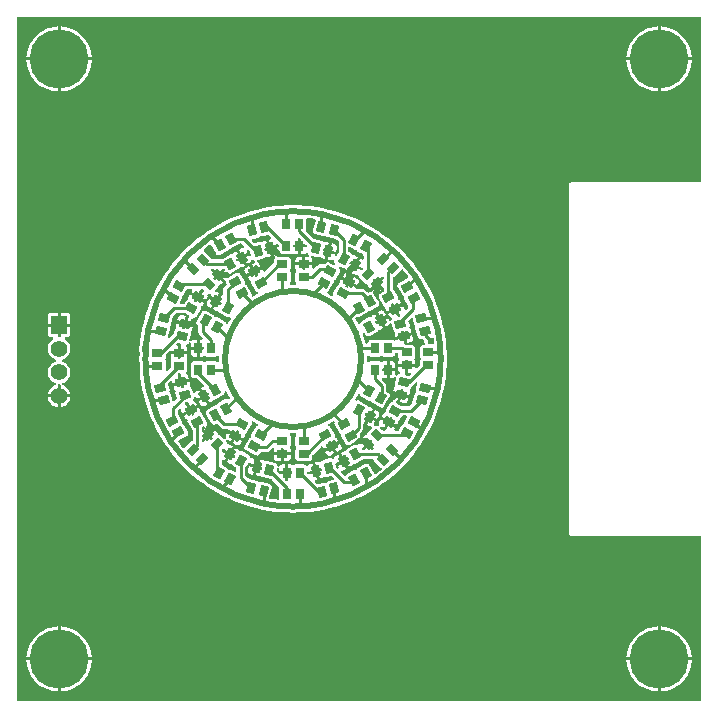
<source format=gtl>
G04 Layer: TopLayer*
G04 EasyEDA v6.5.34, 2023-09-07 21:51:12*
G04 4e1002d8ee0c4305b874fa033b0cf6ff,5a6b42c53f6a479593ecc07194224c93,10*
G04 Gerber Generator version 0.2*
G04 Scale: 100 percent, Rotated: No, Reflected: No *
G04 Dimensions in millimeters *
G04 leading zeros omitted , absolute positions ,4 integer and 5 decimal *
%FSLAX45Y45*%
%MOMM*%

%AMMACRO1*21,1,$1,$2,0,0,$3*%
%ADD10C,0.5000*%
%ADD11C,0.2540*%
%ADD12R,0.7000X0.9000*%
%ADD13MACRO1,0.9X0.7X119.9998*%
%ADD14MACRO1,0.9X0.7X120.0006*%
%ADD15MACRO1,0.9X0.7X150.0002*%
%ADD16MACRO1,0.9X0.7X149.9994*%
%ADD17R,0.9000X0.7000*%
%ADD18MACRO1,0.9X0.7X-150.0002*%
%ADD19MACRO1,0.9X0.7X-149.9994*%
%ADD20MACRO1,0.9X0.7X-119.9998*%
%ADD21MACRO1,0.9X0.7X-120.0006*%
%ADD22MACRO1,0.9X0.7X-60.0002*%
%ADD23MACRO1,0.9X0.7X-59.9994*%
%ADD24MACRO1,0.9X0.7X-29.9998*%
%ADD25MACRO1,0.9X0.7X-30.0006*%
%ADD26MACRO1,0.9X0.7X29.9998*%
%ADD27MACRO1,0.9X0.7X30.0006*%
%ADD28MACRO1,0.9X0.7X60.0002*%
%ADD29MACRO1,0.9X0.7X59.9994*%
%ADD30MACRO1,0.9X0.7X14.9998*%
%ADD31MACRO1,0.9X0.7X15.0003*%
%ADD32MACRO1,0.9X0.7X45.0011*%
%ADD33MACRO1,0.9X0.7X45.0000*%
%ADD34MACRO1,0.9X0.7X44.9989*%
%ADD35MACRO1,0.9X0.7X75.0002*%
%ADD36MACRO1,0.9X0.7X104.9998*%
%ADD37MACRO1,0.9X0.7X105.0003*%
%ADD38MACRO1,0.9X0.7X135.0011*%
%ADD39MACRO1,0.9X0.7X135.0000*%
%ADD40MACRO1,0.9X0.7X134.9989*%
%ADD41MACRO1,0.9X0.7X165.0002*%
%ADD42MACRO1,0.9X0.7X-165.0002*%
%ADD43MACRO1,0.9X0.7X-164.9997*%
%ADD44MACRO1,0.9X0.7X-134.9989*%
%ADD45MACRO1,0.9X0.7X-135.0000*%
%ADD46MACRO1,0.9X0.7X-135.0011*%
%ADD47MACRO1,0.9X0.7X-104.9998*%
%ADD48MACRO1,0.9X0.7X-75.0002*%
%ADD49MACRO1,0.9X0.7X-74.9997*%
%ADD50MACRO1,0.9X0.7X-44.9989*%
%ADD51MACRO1,0.9X0.7X-45.0000*%
%ADD52MACRO1,0.9X0.7X-45.0011*%
%ADD53MACRO1,0.9X0.7X-14.9998*%
%ADD54C,1.4000*%
%ADD55MACRO1,1.524X1.4X-90.0000*%
%ADD56C,5.0000*%
%ADD57C,0.6096*%
%ADD58C,0.0101*%

%LPD*%
G36*
X5805932Y25908D02*
G01*
X36068Y26416D01*
X32156Y27178D01*
X28905Y29362D01*
X26670Y32664D01*
X25908Y36576D01*
X25908Y5805932D01*
X26670Y5809843D01*
X28905Y5813094D01*
X32156Y5815330D01*
X36068Y5816092D01*
X5805932Y5816092D01*
X5809843Y5815330D01*
X5813094Y5813094D01*
X5815330Y5809843D01*
X5816092Y5805932D01*
X5816092Y4430268D01*
X5815330Y4426356D01*
X5813094Y4423054D01*
X5809792Y4420870D01*
X5805932Y4420108D01*
X4725009Y4420108D01*
X4718507Y4419295D01*
X4712970Y4417212D01*
X4707839Y4413656D01*
X4704791Y4410608D01*
X4702149Y4407052D01*
X4699660Y4401515D01*
X4698492Y4394047D01*
X4698492Y1448409D01*
X4699254Y1441907D01*
X4701387Y1436370D01*
X4704892Y1431239D01*
X4707940Y1428191D01*
X4711547Y1425549D01*
X4717084Y1423060D01*
X4724552Y1421892D01*
X5805932Y1421892D01*
X5809792Y1421130D01*
X5813094Y1418894D01*
X5815330Y1415592D01*
X5816092Y1411732D01*
X5816092Y36068D01*
X5815330Y32207D01*
X5813094Y28905D01*
X5809843Y26670D01*
G37*

%LPC*%
G36*
X105410Y5473700D02*
G01*
X368300Y5473700D01*
X368300Y5736386D01*
X352145Y5735370D01*
X329285Y5732018D01*
X306781Y5726734D01*
X284835Y5719572D01*
X263499Y5710631D01*
X243027Y5699912D01*
X223520Y5687568D01*
X205130Y5673598D01*
X187960Y5658104D01*
X172161Y5641289D01*
X157784Y5623153D01*
X144983Y5603900D01*
X133858Y5583682D01*
X124460Y5562549D01*
X116890Y5540756D01*
X111150Y5518353D01*
X107289Y5495594D01*
G37*
G36*
X393700Y105562D02*
G01*
X398322Y105664D01*
X421284Y108051D01*
X443992Y112369D01*
X466242Y118618D01*
X487934Y126644D01*
X508812Y136499D01*
X528828Y148031D01*
X547827Y161239D01*
X565607Y175971D01*
X582117Y192125D01*
X597204Y209600D01*
X610819Y228295D01*
X622757Y248107D01*
X633018Y268782D01*
X641553Y290271D01*
X648208Y312369D01*
X653034Y334975D01*
X655929Y357936D01*
X656336Y368300D01*
X393700Y368300D01*
G37*
G36*
X5448300Y105613D02*
G01*
X5448300Y368300D01*
X5185410Y368300D01*
X5187289Y346405D01*
X5191150Y323646D01*
X5196890Y301244D01*
X5204460Y279450D01*
X5213858Y258317D01*
X5224983Y238099D01*
X5237784Y218846D01*
X5252161Y200710D01*
X5267960Y183896D01*
X5285130Y168402D01*
X5303520Y154432D01*
X5323027Y142087D01*
X5343499Y131368D01*
X5364835Y122428D01*
X5386781Y115265D01*
X5409285Y109982D01*
X5432145Y106629D01*
G37*
G36*
X368300Y105613D02*
G01*
X368300Y368300D01*
X105410Y368300D01*
X107289Y346405D01*
X111150Y323646D01*
X116890Y301244D01*
X124460Y279450D01*
X133858Y258317D01*
X144983Y238099D01*
X157784Y218846D01*
X172161Y200710D01*
X187960Y183896D01*
X205130Y168402D01*
X223520Y154432D01*
X243027Y142087D01*
X263499Y131368D01*
X284835Y122428D01*
X306781Y115265D01*
X329285Y109982D01*
X352145Y106629D01*
G37*
G36*
X393700Y393700D02*
G01*
X656336Y393700D01*
X655929Y404063D01*
X653034Y427024D01*
X648208Y449630D01*
X641553Y471728D01*
X633018Y493217D01*
X622757Y513892D01*
X610819Y533704D01*
X597204Y552348D01*
X582117Y569874D01*
X565607Y586028D01*
X547827Y600760D01*
X528828Y613968D01*
X508812Y625500D01*
X487934Y635355D01*
X466242Y643382D01*
X443992Y649630D01*
X421284Y653948D01*
X398322Y656336D01*
X393700Y656437D01*
G37*
G36*
X5473700Y393700D02*
G01*
X5736336Y393700D01*
X5735929Y404063D01*
X5733034Y427024D01*
X5728208Y449630D01*
X5721553Y471728D01*
X5713018Y493217D01*
X5702757Y513892D01*
X5690819Y533704D01*
X5677204Y552348D01*
X5662117Y569874D01*
X5645607Y586028D01*
X5627827Y600760D01*
X5608828Y613968D01*
X5588812Y625500D01*
X5567934Y635355D01*
X5546242Y643382D01*
X5523992Y649630D01*
X5501284Y653948D01*
X5478322Y656336D01*
X5473700Y656437D01*
G37*
G36*
X5185410Y393700D02*
G01*
X5448300Y393700D01*
X5448300Y656386D01*
X5432145Y655370D01*
X5409285Y652018D01*
X5386781Y646734D01*
X5364835Y639572D01*
X5343499Y630631D01*
X5323027Y619912D01*
X5303520Y607568D01*
X5285130Y593598D01*
X5267960Y578104D01*
X5252161Y561289D01*
X5237784Y543153D01*
X5224983Y523900D01*
X5213858Y503682D01*
X5204460Y482549D01*
X5196890Y460756D01*
X5191150Y438353D01*
X5187289Y415594D01*
G37*
G36*
X105410Y393700D02*
G01*
X368300Y393700D01*
X368300Y656386D01*
X352145Y655370D01*
X329285Y652018D01*
X306781Y646734D01*
X284835Y639572D01*
X263499Y630631D01*
X243027Y619912D01*
X223520Y607568D01*
X205130Y593598D01*
X187960Y578104D01*
X172161Y561289D01*
X157784Y543153D01*
X144983Y523900D01*
X133858Y503682D01*
X124460Y482549D01*
X116890Y460756D01*
X111150Y438353D01*
X107289Y415594D01*
G37*
G36*
X2362200Y1620113D02*
G01*
X2413254Y1621078D01*
X2464257Y1624126D01*
X2515108Y1629105D01*
X2565704Y1636115D01*
X2615996Y1645107D01*
X2665882Y1656029D01*
X2715310Y1668932D01*
X2764180Y1683766D01*
X2812440Y1700479D01*
X2860040Y1719122D01*
X2906826Y1739595D01*
X2952800Y1761896D01*
X2997860Y1785975D01*
X3041904Y1811782D01*
X3084931Y1839315D01*
X3126841Y1868525D01*
X3167583Y1899361D01*
X3207054Y1931771D01*
X3245256Y1965706D01*
X3282086Y2001113D01*
X3317494Y2037943D01*
X3351428Y2076145D01*
X3383838Y2115616D01*
X3414623Y2156358D01*
X3443833Y2198268D01*
X3471418Y2241296D01*
X3497224Y2285339D01*
X3521303Y2330399D01*
X3543604Y2376373D01*
X3564077Y2423160D01*
X3582670Y2470708D01*
X3599434Y2518968D01*
X3614267Y2567889D01*
X3627170Y2617317D01*
X3638092Y2667203D01*
X3647084Y2717495D01*
X3654094Y2768092D01*
X3659073Y2818942D01*
X3662070Y2869946D01*
X3663086Y2921000D01*
X3662070Y2972054D01*
X3659073Y3023057D01*
X3654094Y3073908D01*
X3647084Y3124504D01*
X3638092Y3174796D01*
X3627170Y3224682D01*
X3614267Y3274110D01*
X3599434Y3322980D01*
X3582670Y3371240D01*
X3564077Y3418840D01*
X3543604Y3465626D01*
X3521303Y3511600D01*
X3497224Y3556660D01*
X3471418Y3600704D01*
X3443833Y3643731D01*
X3414623Y3685641D01*
X3383838Y3726383D01*
X3351428Y3765854D01*
X3317494Y3804056D01*
X3282086Y3840886D01*
X3245256Y3876294D01*
X3207054Y3910228D01*
X3167583Y3942638D01*
X3126841Y3973423D01*
X3084931Y4002633D01*
X3041904Y4030218D01*
X2997860Y4056024D01*
X2952800Y4080103D01*
X2906826Y4102404D01*
X2860040Y4122877D01*
X2812440Y4141470D01*
X2764180Y4158234D01*
X2715310Y4173067D01*
X2665882Y4185970D01*
X2615996Y4196892D01*
X2565704Y4205884D01*
X2515108Y4212894D01*
X2464257Y4217873D01*
X2413254Y4220870D01*
X2362200Y4221886D01*
X2311146Y4220870D01*
X2260142Y4217873D01*
X2209292Y4212894D01*
X2158695Y4205884D01*
X2108403Y4196892D01*
X2058517Y4185970D01*
X2009089Y4173067D01*
X1960168Y4158234D01*
X1911908Y4141470D01*
X1864360Y4122877D01*
X1817573Y4102404D01*
X1771599Y4080103D01*
X1726539Y4056024D01*
X1682496Y4030218D01*
X1639468Y4002633D01*
X1597558Y3973423D01*
X1556816Y3942638D01*
X1517345Y3910228D01*
X1479143Y3876294D01*
X1442313Y3840886D01*
X1406906Y3804056D01*
X1372971Y3765854D01*
X1340561Y3726383D01*
X1309725Y3685641D01*
X1280515Y3643731D01*
X1252982Y3600704D01*
X1227175Y3556660D01*
X1203096Y3511600D01*
X1180795Y3465626D01*
X1160322Y3418840D01*
X1141679Y3371240D01*
X1124966Y3322980D01*
X1110132Y3274110D01*
X1097229Y3224682D01*
X1086307Y3174796D01*
X1077315Y3124504D01*
X1070305Y3073908D01*
X1067308Y3043529D01*
X1066749Y3041040D01*
X1063955Y3036468D01*
X1059789Y3027578D01*
X1057249Y3018078D01*
X1056386Y3008274D01*
X1057249Y2998520D01*
X1059789Y2989021D01*
X1061821Y2984703D01*
X1062583Y2982315D01*
X1062736Y2979826D01*
X1062278Y2972054D01*
X1061313Y2921000D01*
X1062278Y2869946D01*
X1065326Y2818942D01*
X1070305Y2768092D01*
X1077315Y2717495D01*
X1086307Y2667203D01*
X1097229Y2617317D01*
X1110132Y2567889D01*
X1124966Y2518968D01*
X1141679Y2470708D01*
X1160322Y2423160D01*
X1180795Y2376373D01*
X1203096Y2330399D01*
X1227175Y2285339D01*
X1252982Y2241296D01*
X1280515Y2198268D01*
X1309725Y2156358D01*
X1340561Y2115616D01*
X1372971Y2076145D01*
X1406906Y2037943D01*
X1442313Y2001113D01*
X1479143Y1965706D01*
X1517345Y1931771D01*
X1556816Y1899361D01*
X1597558Y1868525D01*
X1639468Y1839315D01*
X1682496Y1811782D01*
X1726539Y1785975D01*
X1771599Y1761896D01*
X1817573Y1739595D01*
X1864360Y1719122D01*
X1911908Y1700479D01*
X1960168Y1683766D01*
X2009089Y1668932D01*
X2058517Y1656029D01*
X2108403Y1645107D01*
X2158695Y1636115D01*
X2209292Y1629105D01*
X2260142Y1624126D01*
X2311146Y1621078D01*
G37*
G36*
X5185410Y5473700D02*
G01*
X5448300Y5473700D01*
X5448300Y5736386D01*
X5432145Y5735370D01*
X5409285Y5732018D01*
X5386781Y5726734D01*
X5364835Y5719572D01*
X5343499Y5710631D01*
X5323027Y5699912D01*
X5303520Y5687568D01*
X5285130Y5673598D01*
X5267960Y5658104D01*
X5252161Y5641289D01*
X5237784Y5623153D01*
X5224983Y5603900D01*
X5213858Y5583682D01*
X5204460Y5562549D01*
X5196890Y5540756D01*
X5191150Y5518353D01*
X5187289Y5495594D01*
G37*
G36*
X5473700Y5473700D02*
G01*
X5736336Y5473700D01*
X5735929Y5484063D01*
X5733034Y5507024D01*
X5728208Y5529630D01*
X5721553Y5551728D01*
X5713018Y5573217D01*
X5702757Y5593892D01*
X5690819Y5613704D01*
X5677204Y5632348D01*
X5662117Y5649874D01*
X5645607Y5666028D01*
X5627827Y5680760D01*
X5608828Y5693968D01*
X5588812Y5705500D01*
X5567934Y5715355D01*
X5546242Y5723382D01*
X5523992Y5729630D01*
X5501284Y5733948D01*
X5478322Y5736336D01*
X5473700Y5736437D01*
G37*
G36*
X393700Y5473700D02*
G01*
X656336Y5473700D01*
X655929Y5484063D01*
X653034Y5507024D01*
X648208Y5529630D01*
X641553Y5551728D01*
X633018Y5573217D01*
X622757Y5593892D01*
X610819Y5613704D01*
X597204Y5632348D01*
X582117Y5649874D01*
X565607Y5666028D01*
X547827Y5680760D01*
X528828Y5693968D01*
X508812Y5705500D01*
X487934Y5715355D01*
X466242Y5723382D01*
X443992Y5729630D01*
X421284Y5733948D01*
X398322Y5736336D01*
X393700Y5736437D01*
G37*
G36*
X368300Y5185613D02*
G01*
X368300Y5448300D01*
X105410Y5448300D01*
X107289Y5426405D01*
X111150Y5403646D01*
X116890Y5381244D01*
X124460Y5359450D01*
X133858Y5338318D01*
X144983Y5318099D01*
X157784Y5298846D01*
X172161Y5280710D01*
X187960Y5263896D01*
X205130Y5248402D01*
X223520Y5234432D01*
X243027Y5222087D01*
X263499Y5211368D01*
X284835Y5202428D01*
X306781Y5195265D01*
X329285Y5189982D01*
X352145Y5186629D01*
G37*
G36*
X5448300Y5185613D02*
G01*
X5448300Y5448300D01*
X5185410Y5448300D01*
X5187289Y5426405D01*
X5191150Y5403646D01*
X5196890Y5381244D01*
X5204460Y5359450D01*
X5213858Y5338318D01*
X5224983Y5318099D01*
X5237784Y5298846D01*
X5252161Y5280710D01*
X5267960Y5263896D01*
X5285130Y5248402D01*
X5303520Y5234432D01*
X5323027Y5222087D01*
X5343499Y5211368D01*
X5364835Y5202428D01*
X5386781Y5195265D01*
X5409285Y5189982D01*
X5432145Y5186629D01*
G37*
G36*
X393700Y5185562D02*
G01*
X398322Y5185664D01*
X421284Y5188051D01*
X443992Y5192369D01*
X466242Y5198618D01*
X487934Y5206644D01*
X508812Y5216499D01*
X528828Y5228031D01*
X547827Y5241239D01*
X565607Y5255971D01*
X582117Y5272125D01*
X597204Y5289600D01*
X610819Y5308295D01*
X622757Y5328107D01*
X633018Y5348782D01*
X641553Y5370271D01*
X648208Y5392369D01*
X653034Y5414975D01*
X655929Y5437936D01*
X656336Y5448300D01*
X393700Y5448300D01*
G37*
G36*
X5473700Y5185562D02*
G01*
X5478322Y5185664D01*
X5501284Y5188051D01*
X5523992Y5192369D01*
X5546242Y5198618D01*
X5567934Y5206644D01*
X5588812Y5216499D01*
X5608828Y5228031D01*
X5627827Y5241239D01*
X5645607Y5255971D01*
X5662117Y5272125D01*
X5677204Y5289600D01*
X5690819Y5308295D01*
X5702757Y5328107D01*
X5713018Y5348782D01*
X5721553Y5370271D01*
X5728208Y5392369D01*
X5733034Y5414975D01*
X5735929Y5437936D01*
X5736336Y5448300D01*
X5473700Y5448300D01*
G37*
G36*
X285089Y3220974D02*
G01*
X368300Y3220974D01*
X368300Y3310382D01*
X311556Y3310382D01*
X305257Y3309670D01*
X299770Y3307791D01*
X294894Y3304692D01*
X290779Y3300628D01*
X287731Y3295700D01*
X285800Y3290265D01*
X285089Y3283915D01*
G37*
G36*
X393700Y3220974D02*
G01*
X476910Y3220974D01*
X476910Y3283915D01*
X476199Y3290265D01*
X474268Y3295700D01*
X471220Y3300628D01*
X467106Y3304692D01*
X462229Y3307791D01*
X456742Y3309670D01*
X450443Y3310382D01*
X393700Y3310382D01*
G37*
G36*
X5473700Y105562D02*
G01*
X5478322Y105664D01*
X5501284Y108051D01*
X5523992Y112369D01*
X5546242Y118618D01*
X5567934Y126644D01*
X5588812Y136499D01*
X5608828Y148031D01*
X5627827Y161239D01*
X5645607Y175971D01*
X5662117Y192125D01*
X5677204Y209600D01*
X5690819Y228295D01*
X5702757Y248107D01*
X5713018Y268782D01*
X5721553Y290271D01*
X5728208Y312369D01*
X5733034Y334975D01*
X5735929Y357936D01*
X5736336Y368300D01*
X5473700Y368300D01*
G37*
G36*
X286207Y2620975D02*
G01*
X368300Y2620975D01*
X368300Y2702407D01*
X369062Y2706268D01*
X371297Y2709570D01*
X374548Y2711805D01*
X378460Y2712567D01*
X383540Y2712567D01*
X387451Y2711805D01*
X390702Y2709570D01*
X392938Y2706268D01*
X393700Y2702407D01*
X393700Y2620975D01*
X475792Y2620975D01*
X474878Y2627782D01*
X471373Y2640380D01*
X466140Y2652420D01*
X459333Y2663596D01*
X451053Y2673756D01*
X441502Y2682697D01*
X430834Y2690215D01*
X419201Y2696260D01*
X412242Y2698699D01*
X408686Y2700883D01*
X406298Y2704236D01*
X405485Y2708300D01*
X406298Y2712364D01*
X408686Y2715717D01*
X412242Y2717850D01*
X419201Y2720340D01*
X430834Y2726385D01*
X441502Y2733903D01*
X451053Y2742844D01*
X459333Y2753004D01*
X466140Y2764180D01*
X471373Y2776169D01*
X474878Y2788767D01*
X476656Y2801772D01*
X476656Y2814828D01*
X474878Y2827782D01*
X471373Y2840380D01*
X466140Y2852420D01*
X459333Y2863596D01*
X451053Y2873756D01*
X441502Y2882696D01*
X430834Y2890215D01*
X419201Y2896260D01*
X412242Y2898698D01*
X408686Y2900883D01*
X406298Y2904236D01*
X405485Y2908300D01*
X406298Y2912364D01*
X408686Y2915716D01*
X412242Y2917850D01*
X419201Y2920339D01*
X430834Y2926384D01*
X441502Y2933903D01*
X451053Y2942844D01*
X459333Y2953004D01*
X466140Y2964180D01*
X471373Y2976168D01*
X474878Y2988767D01*
X476656Y3001772D01*
X476656Y3014827D01*
X474878Y3027781D01*
X471373Y3040380D01*
X466140Y3052419D01*
X459333Y3063595D01*
X451053Y3073755D01*
X441502Y3082696D01*
X434340Y3087725D01*
X431495Y3090824D01*
X430123Y3094888D01*
X430530Y3099104D01*
X432612Y3102813D01*
X436067Y3105302D01*
X440232Y3106166D01*
X450443Y3106166D01*
X456742Y3106877D01*
X462229Y3108807D01*
X467106Y3111906D01*
X471220Y3115970D01*
X474268Y3120898D01*
X476199Y3126333D01*
X476910Y3132683D01*
X476910Y3195574D01*
X393700Y3195574D01*
X393700Y3114192D01*
X392938Y3110280D01*
X390702Y3107029D01*
X387451Y3104794D01*
X383540Y3104032D01*
X378460Y3104032D01*
X374548Y3104794D01*
X371297Y3107029D01*
X369062Y3110280D01*
X368300Y3114192D01*
X368300Y3195574D01*
X285089Y3195574D01*
X285089Y3132683D01*
X285800Y3126333D01*
X287731Y3120898D01*
X290779Y3115970D01*
X294894Y3111906D01*
X299770Y3108807D01*
X305257Y3106877D01*
X311556Y3106166D01*
X321767Y3106166D01*
X325932Y3105302D01*
X329387Y3102813D01*
X331470Y3099104D01*
X331876Y3094888D01*
X330504Y3090824D01*
X327660Y3087725D01*
X320497Y3082696D01*
X310946Y3073755D01*
X302666Y3063595D01*
X295859Y3052419D01*
X290677Y3040380D01*
X287121Y3027781D01*
X285343Y3014827D01*
X285343Y3001772D01*
X287121Y2988767D01*
X290677Y2976168D01*
X295859Y2964180D01*
X302666Y2953004D01*
X310946Y2942844D01*
X320497Y2933903D01*
X331165Y2926384D01*
X342798Y2920339D01*
X349758Y2917850D01*
X353314Y2915716D01*
X355701Y2912364D01*
X356514Y2908300D01*
X355701Y2904236D01*
X353314Y2900883D01*
X349758Y2898698D01*
X342798Y2896260D01*
X331165Y2890215D01*
X320497Y2882696D01*
X310946Y2873756D01*
X302666Y2863596D01*
X295859Y2852420D01*
X290677Y2840380D01*
X287121Y2827782D01*
X285343Y2814828D01*
X285343Y2801772D01*
X287121Y2788767D01*
X290677Y2776169D01*
X295859Y2764180D01*
X302666Y2753004D01*
X310946Y2742844D01*
X320497Y2733903D01*
X331165Y2726385D01*
X342798Y2720340D01*
X349758Y2717850D01*
X353314Y2715717D01*
X355701Y2712364D01*
X356514Y2708300D01*
X355701Y2704236D01*
X353314Y2700883D01*
X349758Y2698699D01*
X342798Y2696260D01*
X331165Y2690215D01*
X320497Y2682697D01*
X310946Y2673756D01*
X302666Y2663596D01*
X295859Y2652420D01*
X290677Y2640380D01*
X287121Y2627782D01*
G37*
G36*
X368300Y2513279D02*
G01*
X368300Y2595575D01*
X286207Y2595575D01*
X287121Y2588768D01*
X290677Y2576169D01*
X295859Y2564180D01*
X302666Y2553004D01*
X310946Y2542844D01*
X320497Y2533904D01*
X331165Y2526385D01*
X342798Y2520340D01*
X355142Y2515971D01*
G37*
G36*
X393700Y2513279D02*
G01*
X406857Y2515971D01*
X419201Y2520340D01*
X430834Y2526385D01*
X441502Y2533904D01*
X451053Y2542844D01*
X459333Y2553004D01*
X466140Y2564180D01*
X471373Y2576169D01*
X474878Y2588768D01*
X475792Y2595575D01*
X393700Y2595575D01*
G37*

%LPD*%
G36*
X2845104Y3634384D02*
G01*
X2841345Y3635705D01*
X2836976Y3638245D01*
X2833979Y3640836D01*
X2832201Y3644392D01*
X2831947Y3648354D01*
X2833217Y3652113D01*
X2867406Y3711295D01*
X2844698Y3724401D01*
X2841701Y3727043D01*
X2839974Y3730599D01*
X2839720Y3734562D01*
X2840990Y3738321D01*
X2843530Y3742690D01*
X2846120Y3745687D01*
X2849676Y3747414D01*
X2853639Y3747719D01*
X2857398Y3746398D01*
X2880106Y3733292D01*
X2909214Y3783736D01*
X2890418Y3794556D01*
X2884576Y3797147D01*
X2878886Y3798214D01*
X2874924Y3798062D01*
X2871165Y3798620D01*
X2867914Y3800500D01*
X2865526Y3803446D01*
X2863646Y3807002D01*
X2859887Y3811371D01*
X2854756Y3815130D01*
X2833166Y3827627D01*
X2830474Y3829862D01*
X2828747Y3832961D01*
X2828086Y3836415D01*
X2828086Y3860495D01*
X2829001Y3864610D01*
X2831490Y3868064D01*
X2835148Y3870147D01*
X2839313Y3870604D01*
X2843326Y3869283D01*
X2875381Y3850792D01*
X2881223Y3848252D01*
X2886862Y3847185D01*
X2890875Y3847337D01*
X2894634Y3846779D01*
X2897886Y3844899D01*
X2900222Y3841953D01*
X2902102Y3838397D01*
X2905861Y3834028D01*
X2910992Y3830269D01*
X2953715Y3805580D01*
X2956407Y3803345D01*
X2958185Y3800246D01*
X2958795Y3796792D01*
X2958795Y3772712D01*
X2957880Y3768547D01*
X2955442Y3765143D01*
X2951784Y3763060D01*
X2947568Y3762603D01*
X2943555Y3763924D01*
X2931210Y3771036D01*
X2902102Y3720592D01*
X2948889Y3693566D01*
X2951734Y3691178D01*
X2953512Y3687927D01*
X2953969Y3684270D01*
X2953105Y3680663D01*
X2951022Y3677615D01*
X2947314Y3673906D01*
X2943606Y3671519D01*
X2939237Y3670960D01*
X2935020Y3672281D01*
X2889402Y3698595D01*
X2855214Y3639413D01*
X2852623Y3636416D01*
X2849067Y3634689D01*
G37*

%LPD*%
G36*
X2343759Y3547262D02*
G01*
X2339492Y3548075D01*
X2335936Y3550615D01*
X2333752Y3554425D01*
X2333447Y3558794D01*
X2334971Y3562908D01*
X2338984Y3569157D01*
X2340914Y3574542D01*
X2341626Y3580841D01*
X2341626Y3649726D01*
X2340914Y3656025D01*
X2338984Y3661511D01*
X2336850Y3664864D01*
X2335479Y3668369D01*
X2335479Y3672179D01*
X2336850Y3675684D01*
X2338984Y3679088D01*
X2340914Y3684524D01*
X2341626Y3690874D01*
X2341626Y3759708D01*
X2340914Y3766007D01*
X2338984Y3771493D01*
X2335885Y3776370D01*
X2331821Y3780485D01*
X2326894Y3783584D01*
X2321458Y3785463D01*
X2315108Y3786174D01*
X2233269Y3786174D01*
X2229104Y3787089D01*
X2225649Y3789629D01*
X2223566Y3793337D01*
X2223160Y3797604D01*
X2224582Y3801668D01*
X2227529Y3804767D01*
X2230018Y3806444D01*
X2233980Y3810660D01*
X2235098Y3812641D01*
X2237486Y3815435D01*
X2240737Y3817213D01*
X2244394Y3817670D01*
X2248001Y3816807D01*
X2251049Y3814724D01*
X2253183Y3812590D01*
X2258110Y3809492D01*
X2263546Y3807612D01*
X2269896Y3806901D01*
X2338730Y3806901D01*
X2345080Y3807612D01*
X2350516Y3809492D01*
X2353919Y3811625D01*
X2357424Y3812997D01*
X2361184Y3812997D01*
X2364689Y3811625D01*
X2368092Y3809492D01*
X2373579Y3807612D01*
X2379878Y3806901D01*
X2401620Y3806901D01*
X2401620Y3865118D01*
X2375357Y3865118D01*
X2371496Y3865879D01*
X2368194Y3868064D01*
X2366010Y3871366D01*
X2365197Y3875278D01*
X2365197Y3880358D01*
X2366010Y3884218D01*
X2368194Y3887520D01*
X2371496Y3889705D01*
X2375357Y3890518D01*
X2401620Y3890518D01*
X2401620Y3935679D01*
X2402382Y3939540D01*
X2404567Y3942842D01*
X2407869Y3945077D01*
X2411780Y3945839D01*
X2415641Y3945077D01*
X2418943Y3942842D01*
X2424023Y3937762D01*
X2426208Y3934460D01*
X2427020Y3930599D01*
X2427020Y3890518D01*
X2467102Y3890518D01*
X2470962Y3889705D01*
X2474264Y3887520D01*
X2479344Y3882440D01*
X2481580Y3879138D01*
X2482342Y3875278D01*
X2481580Y3871366D01*
X2479344Y3868064D01*
X2476042Y3865879D01*
X2472182Y3865118D01*
X2427020Y3865118D01*
X2427020Y3806901D01*
X2448712Y3806901D01*
X2455062Y3807612D01*
X2460498Y3809492D01*
X2465425Y3812590D01*
X2470302Y3817467D01*
X2473350Y3819601D01*
X2476957Y3820464D01*
X2480614Y3819956D01*
X2483866Y3818178D01*
X2486304Y3815384D01*
X2488031Y3812387D01*
X2491943Y3808120D01*
X2496921Y3804767D01*
X2499868Y3801668D01*
X2501290Y3797604D01*
X2500934Y3793337D01*
X2498852Y3789629D01*
X2495397Y3787089D01*
X2491232Y3786174D01*
X2466390Y3786174D01*
X2466390Y3737965D01*
X2524607Y3737965D01*
X2524607Y3759708D01*
X2523896Y3766007D01*
X2521966Y3771493D01*
X2518918Y3776370D01*
X2515920Y3779367D01*
X2513533Y3783076D01*
X2512974Y3787444D01*
X2514295Y3791661D01*
X2517292Y3794861D01*
X2521356Y3796588D01*
X2525725Y3796385D01*
X2569159Y3784752D01*
X2575458Y3783787D01*
X2581249Y3784193D01*
X2585059Y3785412D01*
X2588818Y3785819D01*
X2592476Y3784854D01*
X2595524Y3782618D01*
X2598216Y3779672D01*
X2602992Y3776421D01*
X2608935Y3774084D01*
X2629916Y3768445D01*
X2644952Y3824681D01*
X2619654Y3831488D01*
X2616098Y3833215D01*
X2613456Y3836212D01*
X2612186Y3839972D01*
X2612440Y3843934D01*
X2613761Y3848811D01*
X2615539Y3852367D01*
X2618486Y3855008D01*
X2622245Y3856278D01*
X2626207Y3856024D01*
X2651556Y3849217D01*
X2666593Y3905453D01*
X2645613Y3911092D01*
X2639314Y3912006D01*
X2633573Y3911600D01*
X2629763Y3910431D01*
X2626004Y3909974D01*
X2622346Y3910939D01*
X2619298Y3913225D01*
X2616606Y3916121D01*
X2611831Y3919372D01*
X2605887Y3921709D01*
X2539390Y3939540D01*
X2533345Y3940454D01*
X2530297Y3941419D01*
X2527706Y3943299D01*
X2475484Y3995521D01*
X2473401Y3998620D01*
X2472537Y4002328D01*
X2473096Y4006037D01*
X2474518Y4010050D01*
X2475230Y4016349D01*
X2475230Y4103268D01*
X2476093Y4107383D01*
X2478582Y4110837D01*
X2482240Y4112920D01*
X2486406Y4113377D01*
X2510739Y4110837D01*
X2544775Y4105910D01*
X2548788Y4104386D01*
X2551785Y4101439D01*
X2553360Y4097426D01*
X2553157Y4093210D01*
X2531313Y4011726D01*
X2530348Y4005478D01*
X2530805Y3999687D01*
X2532481Y3994150D01*
X2535377Y3989120D01*
X2539339Y3984904D01*
X2544114Y3981653D01*
X2550007Y3979316D01*
X2616555Y3961485D01*
X2622854Y3960571D01*
X2628595Y3960977D01*
X2632405Y3962146D01*
X2636164Y3962603D01*
X2639822Y3961587D01*
X2642870Y3959351D01*
X2645562Y3956456D01*
X2650388Y3953154D01*
X2656281Y3950868D01*
X2722778Y3933037D01*
X2728772Y3932123D01*
X2731871Y3931158D01*
X2734462Y3929278D01*
X2747924Y3915816D01*
X2750108Y3912514D01*
X2750870Y3908602D01*
X2750870Y3877005D01*
X2750058Y3872992D01*
X2747721Y3869639D01*
X2744571Y3867708D01*
X2747619Y3865829D01*
X2750058Y3862476D01*
X2750870Y3858412D01*
X2750870Y3828592D01*
X2750566Y3826001D01*
X2749550Y3823512D01*
X2734614Y3797757D01*
X2731871Y3794658D01*
X2728112Y3792931D01*
X2723946Y3792829D01*
X2720136Y3794404D01*
X2717241Y3797401D01*
X2715768Y3801313D01*
X2716072Y3805631D01*
X2669489Y3818128D01*
X2654452Y3761892D01*
X2659481Y3760520D01*
X2663139Y3758692D01*
X2665780Y3755542D01*
X2666949Y3751275D01*
X2669489Y3754120D01*
X2673096Y3755847D01*
X2677058Y3755999D01*
X2681732Y3755339D01*
X2687472Y3755745D01*
X2693009Y3757472D01*
X2695702Y3758996D01*
X2699664Y3760317D01*
X2703779Y3759911D01*
X2707436Y3757929D01*
X2709976Y3754628D01*
X2710942Y3750614D01*
X2711145Y3745636D01*
X2712618Y3740048D01*
X2715361Y3734917D01*
X2716834Y3733241D01*
X2718765Y3729685D01*
X2719222Y3725672D01*
X2718054Y3721811D01*
X2715463Y3718661D01*
X2711907Y3716832D01*
X2707843Y3716528D01*
X2704033Y3717798D01*
X2670454Y3737152D01*
X2667457Y3739794D01*
X2665730Y3743401D01*
X2665577Y3745890D01*
X2664510Y3744010D01*
X2661208Y3741521D01*
X2657246Y3740556D01*
X2653436Y3740404D01*
X2647848Y3738930D01*
X2642717Y3736238D01*
X2638399Y3732529D01*
X2633624Y3725875D01*
X2631389Y3723589D01*
X2628544Y3722115D01*
X2625394Y3721608D01*
X2591308Y3721608D01*
X2583281Y3720795D01*
X2576017Y3718610D01*
X2569362Y3715054D01*
X2563164Y3709924D01*
X2541930Y3688740D01*
X2538628Y3686556D01*
X2534767Y3685743D01*
X2530856Y3686556D01*
X2527554Y3688740D01*
X2525369Y3692042D01*
X2524607Y3695903D01*
X2524607Y3712565D01*
X2466390Y3712565D01*
X2466390Y3686352D01*
X2465628Y3682441D01*
X2463393Y3679190D01*
X2460142Y3676954D01*
X2456230Y3676192D01*
X2451150Y3676192D01*
X2447290Y3676954D01*
X2443988Y3679190D01*
X2441752Y3682441D01*
X2440990Y3686352D01*
X2440990Y3712565D01*
X2382774Y3712565D01*
X2382774Y3690874D01*
X2383485Y3684524D01*
X2385415Y3679088D01*
X2387549Y3675684D01*
X2388920Y3672179D01*
X2388920Y3668369D01*
X2387549Y3664864D01*
X2385415Y3661511D01*
X2383485Y3656025D01*
X2382774Y3649726D01*
X2382774Y3580841D01*
X2383485Y3574542D01*
X2385364Y3569157D01*
X2389428Y3562908D01*
X2390952Y3558794D01*
X2390597Y3554425D01*
X2388463Y3550615D01*
X2384907Y3548075D01*
X2380589Y3547262D01*
X2362200Y3547770D01*
G37*

%LPC*%
G36*
X2382774Y3737965D02*
G01*
X2440990Y3737965D01*
X2440990Y3786174D01*
X2409240Y3786174D01*
X2402941Y3785463D01*
X2397455Y3783584D01*
X2392578Y3780485D01*
X2388463Y3776370D01*
X2385415Y3771493D01*
X2383485Y3766007D01*
X2382774Y3759708D01*
G37*
G36*
X2722626Y3830167D02*
G01*
X2730906Y3861054D01*
X2732786Y3864762D01*
X2735986Y3867404D01*
X2736240Y3867912D01*
X2732989Y3870451D01*
X2731008Y3874008D01*
X2729687Y3878427D01*
X2726791Y3883406D01*
X2722829Y3887673D01*
X2718054Y3890924D01*
X2712161Y3893261D01*
X2691130Y3898849D01*
X2676093Y3842664D01*
G37*

%LPD*%
G36*
X2688844Y3456787D02*
G01*
X2684729Y3458108D01*
X2665374Y3469538D01*
X2657703Y3473500D01*
X2654350Y3476294D01*
X2652471Y3480308D01*
X2652471Y3484676D01*
X2654300Y3488690D01*
X2657652Y3491484D01*
X2659786Y3492652D01*
X2664155Y3496411D01*
X2667965Y3501542D01*
X2702356Y3561181D01*
X2704896Y3566972D01*
X2705963Y3572662D01*
X2705862Y3576675D01*
X2706420Y3580384D01*
X2708300Y3583686D01*
X2711246Y3586022D01*
X2714752Y3587902D01*
X2719171Y3591661D01*
X2722930Y3596792D01*
X2757373Y3656431D01*
X2759913Y3662273D01*
X2760980Y3667963D01*
X2760776Y3673703D01*
X2759252Y3679291D01*
X2756560Y3684422D01*
X2755087Y3686149D01*
X2753106Y3689654D01*
X2752699Y3693668D01*
X2753868Y3697579D01*
X2756408Y3700678D01*
X2760014Y3702558D01*
X2764028Y3702862D01*
X2767888Y3701542D01*
X2783890Y3692347D01*
X2789682Y3689807D01*
X2795371Y3688740D01*
X2799384Y3688842D01*
X2803093Y3688283D01*
X2806395Y3686403D01*
X2808732Y3683457D01*
X2810611Y3679951D01*
X2814370Y3675532D01*
X2819501Y3671773D01*
X2826867Y3667506D01*
X2829915Y3664813D01*
X2831642Y3661206D01*
X2831846Y3657142D01*
X2830423Y3653332D01*
X2827629Y3650386D01*
X2823921Y3648760D01*
X2819908Y3648710D01*
X2817672Y3649167D01*
X2811881Y3648913D01*
X2806293Y3647440D01*
X2801213Y3644747D01*
X2796794Y3640937D01*
X2793034Y3635857D01*
X2782163Y3617010D01*
X2832557Y3587902D01*
X2861767Y3638448D01*
X2864358Y3641445D01*
X2867914Y3643172D01*
X2871876Y3643477D01*
X2875635Y3642156D01*
X2880055Y3639616D01*
X2883001Y3637026D01*
X2884474Y3634079D01*
X2888437Y3634130D01*
X2890672Y3633724D01*
X2896412Y3633927D01*
X2902559Y3635552D01*
X2906623Y3635806D01*
X2910433Y3634486D01*
X2913430Y3631742D01*
X2915107Y3628034D01*
X2916428Y3622243D01*
X2921609Y3612032D01*
X2921762Y3608120D01*
X2920441Y3604412D01*
X2925013Y3605479D01*
X2929026Y3604768D01*
X2932480Y3602482D01*
X2971596Y3563365D01*
X2976575Y3559403D01*
X2981807Y3556914D01*
X2985668Y3556000D01*
X2989122Y3554476D01*
X2991815Y3551834D01*
X2993339Y3548379D01*
X2994202Y3544468D01*
X2996742Y3539236D01*
X3000705Y3534257D01*
X3016046Y3518915D01*
X3057194Y3560064D01*
X3038652Y3578606D01*
X3036468Y3581908D01*
X3035706Y3585819D01*
X3036468Y3589680D01*
X3038652Y3592982D01*
X3042259Y3596589D01*
X3045561Y3598773D01*
X3049422Y3599535D01*
X3053334Y3598773D01*
X3056636Y3596589D01*
X3075178Y3578047D01*
X3112719Y3615537D01*
X3116021Y3617772D01*
X3119882Y3618534D01*
X3123793Y3617772D01*
X3127044Y3615537D01*
X3129280Y3612235D01*
X3130042Y3608374D01*
X3130042Y3601161D01*
X3129280Y3597300D01*
X3127044Y3593998D01*
X3093161Y3560064D01*
X3127044Y3526129D01*
X3129280Y3522827D01*
X3130042Y3518966D01*
X3130042Y3511753D01*
X3129280Y3508044D01*
X3130042Y3504285D01*
X3130042Y3495903D01*
X3129432Y3492449D01*
X3127654Y3489401D01*
X3124962Y3487115D01*
X3105200Y3475736D01*
X3101289Y3474415D01*
X3097123Y3474821D01*
X3093516Y3476802D01*
X3090976Y3480104D01*
X3090011Y3484168D01*
X3090672Y3488232D01*
X3092958Y3491737D01*
X3109264Y3508044D01*
X3075178Y3542131D01*
X3026968Y3493871D01*
X3023463Y3491585D01*
X3019399Y3490925D01*
X3017621Y3490976D01*
X3011982Y3489909D01*
X3006140Y3487369D01*
X3001213Y3484524D01*
X2997047Y3483203D01*
X2992678Y3483762D01*
X2988970Y3486150D01*
X2972866Y3502253D01*
X2966618Y3507384D01*
X2959963Y3510940D01*
X2952750Y3513124D01*
X2944723Y3513886D01*
X2903982Y3513886D01*
X2900324Y3514598D01*
X2897124Y3516579D01*
X2894888Y3519576D01*
X2893872Y3523183D01*
X2841853Y3553206D01*
X2828747Y3530498D01*
X2826156Y3527501D01*
X2822600Y3525774D01*
X2818638Y3525520D01*
X2814878Y3526790D01*
X2810459Y3529329D01*
X2807512Y3531920D01*
X2805734Y3535476D01*
X2805480Y3539439D01*
X2806750Y3543198D01*
X2819857Y3565906D01*
X2769463Y3595014D01*
X2758592Y3576218D01*
X2756052Y3570376D01*
X2754985Y3564686D01*
X2755138Y3560673D01*
X2754579Y3556965D01*
X2752699Y3553663D01*
X2749753Y3551326D01*
X2746197Y3549446D01*
X2741828Y3545687D01*
X2738018Y3540556D01*
X2703626Y3480917D01*
X2701086Y3475126D01*
X2699969Y3469436D01*
X2700070Y3467252D01*
X2699308Y3462985D01*
X2696870Y3459429D01*
X2693162Y3457244D01*
G37*

%LPC*%
G36*
X2904998Y3546094D02*
G01*
X2915869Y3564940D01*
X2918409Y3570782D01*
X2919476Y3576421D01*
X2919272Y3582212D01*
X2917748Y3587800D01*
X2916326Y3590544D01*
X2915158Y3594506D01*
X2915666Y3598570D01*
X2917190Y3601161D01*
X2914294Y3599789D01*
X2910382Y3599535D01*
X2906674Y3600805D01*
X2881477Y3615334D01*
X2878988Y3617518D01*
X2854553Y3575202D01*
G37*

%LPD*%
G36*
X2022500Y3448507D02*
G01*
X2018436Y3448558D01*
X2014728Y3450234D01*
X2011934Y3453231D01*
X2010562Y3457041D01*
X2010816Y3461105D01*
X2011476Y3463645D01*
X2011680Y3469436D01*
X2010613Y3475126D01*
X2008073Y3480917D01*
X1973630Y3540556D01*
X1969871Y3545687D01*
X1965502Y3549446D01*
X1961946Y3551326D01*
X1959000Y3553663D01*
X1957120Y3556965D01*
X1956562Y3560673D01*
X1956714Y3564686D01*
X1955647Y3570376D01*
X1953056Y3576218D01*
X1918665Y3635857D01*
X1914855Y3640937D01*
X1910486Y3644747D01*
X1905355Y3647440D01*
X1899767Y3648913D01*
X1893976Y3649167D01*
X1888337Y3648049D01*
X1882495Y3645509D01*
X1823669Y3611575D01*
X1819656Y3610254D01*
X1815439Y3610711D01*
X1811782Y3612896D01*
X1809292Y3616350D01*
X1808429Y3620515D01*
X1808530Y3627780D01*
X1807972Y3630320D01*
X1807819Y3634028D01*
X1809038Y3637584D01*
X1811426Y3640429D01*
X1814677Y3642207D01*
X1818386Y3642715D01*
X1825853Y3642309D01*
X1831441Y3643376D01*
X1837283Y3645915D01*
X1896922Y3680358D01*
X1902053Y3684117D01*
X1905812Y3688537D01*
X1907692Y3692042D01*
X1910029Y3694988D01*
X1913280Y3696868D01*
X1917039Y3697427D01*
X1921052Y3697325D01*
X1926691Y3698392D01*
X1932533Y3700932D01*
X1951380Y3711803D01*
X1922272Y3762197D01*
X1899564Y3749090D01*
X1895805Y3747820D01*
X1891842Y3748074D01*
X1888286Y3749801D01*
X1885645Y3752799D01*
X1883105Y3757218D01*
X1881835Y3760978D01*
X1882089Y3764889D01*
X1883867Y3768445D01*
X1886864Y3771087D01*
X1909572Y3784193D01*
X1880463Y3834587D01*
X1861616Y3823715D01*
X1856536Y3819956D01*
X1852726Y3815587D01*
X1850898Y3812032D01*
X1848510Y3809085D01*
X1845259Y3807206D01*
X1841500Y3806647D01*
X1837537Y3806799D01*
X1831848Y3805732D01*
X1826006Y3803192D01*
X1766366Y3768750D01*
X1761489Y3765143D01*
X1758645Y3763670D01*
X1755444Y3763162D01*
X1684070Y3763162D01*
X1681073Y3763619D01*
X1678330Y3764940D01*
X1676095Y3767023D01*
X1671370Y3772966D01*
X1608531Y3835806D01*
X1607515Y3836619D01*
X1604721Y3840124D01*
X1603705Y3844493D01*
X1604670Y3848912D01*
X1607464Y3852418D01*
X1625854Y3867353D01*
X1653743Y3888181D01*
X1657604Y3889959D01*
X1661871Y3889959D01*
X1665782Y3888232D01*
X1668627Y3885082D01*
X1709623Y3814114D01*
X1713382Y3808984D01*
X1717751Y3805224D01*
X1722882Y3802481D01*
X1728470Y3801008D01*
X1734261Y3800805D01*
X1739950Y3801872D01*
X1745792Y3804412D01*
X1805432Y3838854D01*
X1810512Y3842613D01*
X1814322Y3846982D01*
X1816150Y3850538D01*
X1818538Y3853484D01*
X1821789Y3855364D01*
X1825548Y3855923D01*
X1829511Y3855770D01*
X1835200Y3856837D01*
X1841042Y3859428D01*
X1900682Y3893820D01*
X1904593Y3896715D01*
X1907489Y3898188D01*
X1910689Y3898696D01*
X1922780Y3898595D01*
X1926589Y3897782D01*
X1929892Y3895598D01*
X1946554Y3878884D01*
X1948738Y3875532D01*
X1949500Y3871569D01*
X1948637Y3867658D01*
X1946351Y3864356D01*
X1942947Y3862222D01*
X1938985Y3861562D01*
X1932787Y3861765D01*
X1927098Y3860698D01*
X1921256Y3858158D01*
X1902460Y3847287D01*
X1931568Y3796893D01*
X1973325Y3820972D01*
X1969516Y3827576D01*
X1968195Y3831539D01*
X1968601Y3835654D01*
X1970582Y3839311D01*
X1973884Y3841800D01*
X1977948Y3842816D01*
X1982012Y3842105D01*
X1985518Y3839819D01*
X1998370Y3826967D01*
X1999945Y3824833D01*
X2000961Y3822395D01*
X2005685Y3804920D01*
X2005888Y3800754D01*
X2004466Y3796842D01*
X2001570Y3793896D01*
X1997760Y3792270D01*
X1993595Y3792372D01*
X1989836Y3794099D01*
X1987042Y3797198D01*
X1986025Y3798976D01*
X1944268Y3774897D01*
X1973376Y3724503D01*
X1992172Y3735374D01*
X1997303Y3739134D01*
X2001062Y3743502D01*
X2003755Y3748633D01*
X2005584Y3755339D01*
X2007412Y3759047D01*
X2010613Y3761740D01*
X2014626Y3762857D01*
X2018741Y3762349D01*
X2022297Y3760215D01*
X2023973Y3758641D01*
X2028952Y3755745D01*
X2035657Y3753713D01*
X2039112Y3751884D01*
X2041652Y3748887D01*
X2042820Y3745128D01*
X2042515Y3741267D01*
X2040737Y3737762D01*
X2037791Y3735171D01*
X2013508Y3721150D01*
X2037588Y3679393D01*
X2087981Y3708501D01*
X2077110Y3727348D01*
X2073351Y3732428D01*
X2068982Y3736238D01*
X2063851Y3738930D01*
X2058771Y3741267D01*
X2056079Y3744772D01*
X2055114Y3749040D01*
X2056079Y3753358D01*
X2058771Y3756863D01*
X2062683Y3758895D01*
X2113076Y3772408D01*
X2119020Y3774694D01*
X2123795Y3777996D01*
X2126488Y3780891D01*
X2129536Y3783126D01*
X2133193Y3784142D01*
X2136952Y3783685D01*
X2140762Y3782517D01*
X2146503Y3782110D01*
X2152802Y3783025D01*
X2173782Y3788664D01*
X2158746Y3844899D01*
X2133396Y3838092D01*
X2129434Y3837838D01*
X2125675Y3839108D01*
X2122728Y3841699D01*
X2120950Y3845255D01*
X2119630Y3850182D01*
X2119376Y3854145D01*
X2120646Y3857904D01*
X2123287Y3860901D01*
X2126843Y3862628D01*
X2152142Y3869436D01*
X2137105Y3925620D01*
X2116124Y3920032D01*
X2110181Y3917696D01*
X2105406Y3914444D01*
X2102713Y3911498D01*
X2099665Y3909263D01*
X2096007Y3908298D01*
X2092248Y3908704D01*
X2088438Y3909872D01*
X2082647Y3910329D01*
X2076348Y3909364D01*
X2041652Y3900068D01*
X2038146Y3899763D01*
X2034743Y3900678D01*
X2031847Y3902710D01*
X2014829Y3919728D01*
X2012543Y3923284D01*
X2011883Y3927449D01*
X2013000Y3931564D01*
X2015642Y3934815D01*
X2019401Y3936746D01*
X2065731Y3949141D01*
X2071624Y3951478D01*
X2076399Y3954729D01*
X2079142Y3957675D01*
X2082190Y3959910D01*
X2085797Y3960876D01*
X2089556Y3960469D01*
X2093366Y3959301D01*
X2099157Y3958844D01*
X2105456Y3959809D01*
X2148890Y3971442D01*
X2152396Y3971747D01*
X2155799Y3970832D01*
X2158695Y3968800D01*
X2175713Y3951782D01*
X2178050Y3948226D01*
X2178710Y3944061D01*
X2177592Y3939997D01*
X2174951Y3936695D01*
X2171192Y3934764D01*
X2161641Y3932224D01*
X2176678Y3875989D01*
X2230018Y3890264D01*
X2233523Y3890568D01*
X2236978Y3889654D01*
X2240432Y3887063D01*
X2242616Y3883761D01*
X2243378Y3879900D01*
X2243378Y3875379D01*
X2242464Y3871061D01*
X2239772Y3867607D01*
X2235860Y3865575D01*
X2183282Y3851452D01*
X2198370Y3795166D01*
X2202535Y3794912D01*
X2206294Y3792982D01*
X2208936Y3789679D01*
X2210003Y3785615D01*
X2209342Y3781450D01*
X2207006Y3777945D01*
X2205482Y3776370D01*
X2202434Y3771493D01*
X2200503Y3766007D01*
X2199792Y3759708D01*
X2199792Y3737457D01*
X2199030Y3733546D01*
X2196795Y3730244D01*
X2128977Y3662426D01*
X2125726Y3660241D01*
X2121865Y3659479D01*
X2118004Y3660190D01*
X2114753Y3662324D01*
X2112467Y3665575D01*
X2111552Y3667709D01*
X2100681Y3686505D01*
X2050288Y3657396D01*
X2063394Y3634689D01*
X2064664Y3630929D01*
X2064410Y3626967D01*
X2062683Y3623411D01*
X2059686Y3620820D01*
X2055266Y3618280D01*
X2051557Y3617010D01*
X2047595Y3617264D01*
X2044039Y3618992D01*
X2041398Y3621989D01*
X2028291Y3644696D01*
X1977898Y3615588D01*
X1988769Y3596792D01*
X1992528Y3591661D01*
X1996897Y3587902D01*
X2000453Y3586022D01*
X2003399Y3583686D01*
X2005279Y3580384D01*
X2005838Y3576675D01*
X2005685Y3572662D01*
X2006752Y3566972D01*
X2009343Y3561181D01*
X2043734Y3501542D01*
X2047544Y3496411D01*
X2051913Y3492652D01*
X2057044Y3489909D01*
X2058974Y3489401D01*
X2062581Y3487623D01*
X2065223Y3484524D01*
X2066442Y3480714D01*
X2066086Y3476650D01*
X2064156Y3473094D01*
X2061006Y3470554D01*
X2028748Y3451707D01*
X2026259Y3450031D01*
G37*

%LPC*%
G36*
X1965198Y3637584D02*
G01*
X2015591Y3666693D01*
X1991512Y3708450D01*
X1964029Y3692601D01*
X1958898Y3688842D01*
X1955139Y3684422D01*
X1952396Y3679291D01*
X1950923Y3673703D01*
X1950720Y3667963D01*
X1951786Y3662273D01*
X1954326Y3656431D01*
G37*

%LPD*%
G36*
X1802485Y3216757D02*
G01*
X1798624Y3217976D01*
X1795576Y3220618D01*
X1793798Y3224225D01*
X1793239Y3226155D01*
X1790547Y3231286D01*
X1786788Y3235655D01*
X1781657Y3239414D01*
X1722018Y3273856D01*
X1716176Y3276396D01*
X1710486Y3277463D01*
X1706524Y3277362D01*
X1702765Y3277920D01*
X1699514Y3279800D01*
X1697177Y3282746D01*
X1695297Y3286251D01*
X1691538Y3290671D01*
X1686407Y3294430D01*
X1626768Y3328873D01*
X1620926Y3331413D01*
X1615236Y3332479D01*
X1609445Y3332276D01*
X1603857Y3330752D01*
X1598777Y3328060D01*
X1594358Y3324301D01*
X1590598Y3319170D01*
X1545894Y3241751D01*
X1543100Y3238652D01*
X1539392Y3236925D01*
X1535226Y3236823D01*
X1531416Y3238398D01*
X1527860Y3242360D01*
X1526743Y3244799D01*
X1524660Y3251453D01*
X1521866Y3256279D01*
X1520647Y3259785D01*
X1520748Y3263493D01*
X1522171Y3266897D01*
X1524711Y3269589D01*
X1528064Y3271164D01*
X1532636Y3272434D01*
X1537766Y3275126D01*
X1542135Y3278886D01*
X1545945Y3284016D01*
X1580337Y3343656D01*
X1582877Y3349498D01*
X1583994Y3355136D01*
X1583842Y3359150D01*
X1584401Y3362909D01*
X1586280Y3366160D01*
X1589227Y3368497D01*
X1592783Y3370376D01*
X1597152Y3374136D01*
X1600911Y3379266D01*
X1611782Y3398113D01*
X1561388Y3427171D01*
X1548282Y3404463D01*
X1545640Y3401517D01*
X1542084Y3399739D01*
X1538122Y3399485D01*
X1534363Y3400755D01*
X1529994Y3403295D01*
X1526997Y3405936D01*
X1525270Y3409492D01*
X1525016Y3413404D01*
X1526286Y3417163D01*
X1539392Y3439871D01*
X1488948Y3468979D01*
X1478127Y3450183D01*
X1475587Y3444341D01*
X1474470Y3438651D01*
X1474622Y3434689D01*
X1474063Y3430930D01*
X1472184Y3427679D01*
X1469237Y3425291D01*
X1465681Y3423462D01*
X1461312Y3419652D01*
X1457553Y3414572D01*
X1445056Y3392982D01*
X1442821Y3390239D01*
X1439773Y3388512D01*
X1436268Y3387902D01*
X1412189Y3387902D01*
X1408074Y3388766D01*
X1404620Y3391255D01*
X1402537Y3394913D01*
X1402080Y3399129D01*
X1403400Y3403142D01*
X1421892Y3435146D01*
X1424432Y3440988D01*
X1425498Y3446678D01*
X1425346Y3450640D01*
X1425905Y3454400D01*
X1427784Y3457651D01*
X1430731Y3460038D01*
X1434287Y3461867D01*
X1438656Y3465677D01*
X1442466Y3470757D01*
X1465326Y3510432D01*
X1467612Y3513124D01*
X1470660Y3514902D01*
X1474114Y3515512D01*
X1498244Y3515512D01*
X1502359Y3514648D01*
X1505762Y3512159D01*
X1507896Y3508501D01*
X1508353Y3504285D01*
X1507032Y3500272D01*
X1501648Y3490976D01*
X1552092Y3461918D01*
X1580083Y3510432D01*
X1582369Y3513124D01*
X1585417Y3514902D01*
X1588922Y3515512D01*
X1596796Y3515512D01*
X1600657Y3514750D01*
X1603959Y3512515D01*
X1608378Y3508095D01*
X1610766Y3504336D01*
X1611325Y3499967D01*
X1609953Y3495751D01*
X1606905Y3492500D01*
X1602740Y3490874D01*
X1598320Y3491179D01*
X1574088Y3449218D01*
X1624482Y3420110D01*
X1635353Y3438906D01*
X1637893Y3444748D01*
X1638960Y3450437D01*
X1638757Y3456228D01*
X1637741Y3459987D01*
X1637487Y3464153D01*
X1638960Y3468014D01*
X1641856Y3471011D01*
X1645666Y3472637D01*
X1649831Y3472535D01*
X1652676Y3471875D01*
X1663039Y3472129D01*
X1666697Y3470808D01*
X1669542Y3468166D01*
X1671218Y3464610D01*
X1671472Y3460750D01*
X1670202Y3457041D01*
X1666239Y3450183D01*
X1707997Y3426053D01*
X1737055Y3476498D01*
X1718259Y3487369D01*
X1712417Y3489909D01*
X1707896Y3490772D01*
X1703882Y3492449D01*
X1700936Y3495700D01*
X1699666Y3499916D01*
X1700225Y3504234D01*
X1702562Y3507943D01*
X1722983Y3528314D01*
X1726946Y3533292D01*
X1729486Y3538524D01*
X1730349Y3542436D01*
X1731873Y3545890D01*
X1734566Y3548532D01*
X1738020Y3550056D01*
X1741881Y3550970D01*
X1747113Y3553460D01*
X1752092Y3557422D01*
X1767433Y3572814D01*
X1726285Y3613962D01*
X1707743Y3595420D01*
X1704441Y3593185D01*
X1700580Y3592423D01*
X1696669Y3593185D01*
X1693367Y3595420D01*
X1689811Y3598976D01*
X1687575Y3602278D01*
X1686814Y3606190D01*
X1687575Y3610051D01*
X1689811Y3613353D01*
X1708353Y3631895D01*
X1671675Y3668572D01*
X1669440Y3671874D01*
X1668678Y3675786D01*
X1669440Y3679647D01*
X1671675Y3682949D01*
X1674977Y3685133D01*
X1678838Y3685946D01*
X1686052Y3685946D01*
X1689912Y3685133D01*
X1693214Y3682949D01*
X1726285Y3649878D01*
X1759407Y3682949D01*
X1762658Y3685133D01*
X1766570Y3685946D01*
X1773732Y3685946D01*
X1777644Y3685133D01*
X1780946Y3682949D01*
X1783130Y3679647D01*
X1783892Y3675786D01*
X1783130Y3671874D01*
X1780946Y3668572D01*
X1744268Y3631895D01*
X1789328Y3586835D01*
X1791614Y3583330D01*
X1792325Y3579266D01*
X1792224Y3576421D01*
X1793290Y3570732D01*
X1795830Y3564940D01*
X1798675Y3560013D01*
X1799996Y3555847D01*
X1799386Y3551478D01*
X1797050Y3547770D01*
X1780946Y3531666D01*
X1775815Y3525418D01*
X1772259Y3518763D01*
X1770075Y3511550D01*
X1769262Y3503523D01*
X1769262Y3475482D01*
X1768602Y3471824D01*
X1766620Y3468624D01*
X1763623Y3466388D01*
X1759966Y3465372D01*
X1729993Y3413353D01*
X1752701Y3400247D01*
X1755648Y3397656D01*
X1757425Y3394100D01*
X1757680Y3390137D01*
X1756410Y3386378D01*
X1753870Y3381959D01*
X1751228Y3379012D01*
X1747723Y3377234D01*
X1743760Y3376980D01*
X1740001Y3378250D01*
X1717293Y3391357D01*
X1688185Y3340963D01*
X1706981Y3330092D01*
X1712823Y3327552D01*
X1718513Y3326485D01*
X1722475Y3326637D01*
X1726234Y3326079D01*
X1729486Y3324199D01*
X1731873Y3321202D01*
X1733702Y3317697D01*
X1737512Y3313328D01*
X1742592Y3309518D01*
X1802231Y3275126D01*
X1808073Y3272536D01*
X1813763Y3271469D01*
X1819554Y3271723D01*
X1822094Y3272383D01*
X1826158Y3272637D01*
X1829968Y3271265D01*
X1832965Y3268472D01*
X1834642Y3264763D01*
X1834692Y3260699D01*
X1833168Y3256940D01*
X1831492Y3254451D01*
X1812594Y3222193D01*
X1810105Y3219043D01*
X1806498Y3217113D01*
G37*

%LPC*%
G36*
X1666189Y3353663D02*
G01*
X1695297Y3404057D01*
X1653539Y3428187D01*
X1637639Y3400704D01*
X1635099Y3394862D01*
X1634032Y3389172D01*
X1634236Y3383381D01*
X1635760Y3377793D01*
X1638452Y3372713D01*
X1642211Y3368294D01*
X1647342Y3364534D01*
G37*

%LPD*%
G36*
X3283864Y2519730D02*
G01*
X3281222Y2520086D01*
X3278784Y2521102D01*
X3237331Y2545029D01*
X3234232Y2547823D01*
X3232505Y2551582D01*
X3232404Y2555748D01*
X3233978Y2559558D01*
X3236976Y2562453D01*
X3240887Y2563876D01*
X3245510Y2563520D01*
X3258007Y2610104D01*
X3201771Y2625140D01*
X3200704Y2621127D01*
X3198672Y2617216D01*
X3195167Y2614523D01*
X3190900Y2613609D01*
X3186582Y2614523D01*
X3183077Y2617216D01*
X3181045Y2621127D01*
X3180689Y2622499D01*
X3177997Y2627630D01*
X3174187Y2631998D01*
X3169107Y2635808D01*
X3155188Y2643835D01*
X3152495Y2646070D01*
X3150717Y2649169D01*
X3150108Y2652623D01*
X3150108Y2691892D01*
X3149295Y2699918D01*
X3147110Y2707132D01*
X3143554Y2713837D01*
X3138424Y2720035D01*
X3116326Y2742133D01*
X3114090Y2745587D01*
X3113379Y2749702D01*
X3114395Y2753715D01*
X3116884Y2757017D01*
X3120542Y2759049D01*
X3124657Y2759405D01*
X3132074Y2758592D01*
X3153765Y2758592D01*
X3153765Y2816809D01*
X3127552Y2816809D01*
X3123641Y2817571D01*
X3120390Y2819755D01*
X3118154Y2823057D01*
X3117392Y2826969D01*
X3117392Y2832049D01*
X3118154Y2835910D01*
X3120390Y2839212D01*
X3123641Y2841447D01*
X3127552Y2842209D01*
X3153765Y2842209D01*
X3153765Y2900426D01*
X3132074Y2900426D01*
X3125724Y2899714D01*
X3120288Y2897784D01*
X3116884Y2895650D01*
X3113379Y2894279D01*
X3109569Y2894279D01*
X3106064Y2895650D01*
X3102711Y2897784D01*
X3097225Y2899714D01*
X3090926Y2900426D01*
X3022041Y2900426D01*
X3015742Y2899714D01*
X3010357Y2897784D01*
X3004108Y2893771D01*
X3000044Y2892247D01*
X2995625Y2892552D01*
X2991815Y2894736D01*
X2989275Y2898292D01*
X2988462Y2902559D01*
X2988970Y2921000D01*
X2988462Y2939389D01*
X2989275Y2943707D01*
X2991815Y2947263D01*
X2995625Y2949397D01*
X3000044Y2949752D01*
X3004108Y2948228D01*
X3010357Y2944164D01*
X3015742Y2942285D01*
X3022041Y2941574D01*
X3090926Y2941574D01*
X3097225Y2942285D01*
X3102711Y2944215D01*
X3106064Y2946349D01*
X3109569Y2947720D01*
X3113379Y2947720D01*
X3116884Y2946349D01*
X3120288Y2944215D01*
X3125724Y2942285D01*
X3132074Y2941574D01*
X3200908Y2941574D01*
X3207258Y2942285D01*
X3212693Y2944215D01*
X3217621Y2947314D01*
X3221685Y2951378D01*
X3224784Y2956306D01*
X3226663Y2961741D01*
X3227019Y2964840D01*
X3228086Y2968396D01*
X3230372Y2971292D01*
X3233521Y2973222D01*
X3237128Y2973882D01*
X3243732Y2973882D01*
X3247593Y2973120D01*
X3250895Y2970885D01*
X3253130Y2967634D01*
X3253892Y2963722D01*
X3253892Y2941574D01*
X3254603Y2935274D01*
X3256534Y2929788D01*
X3258616Y2926435D01*
X3260039Y2922879D01*
X3260039Y2919120D01*
X3258616Y2915615D01*
X3256534Y2912211D01*
X3254603Y2906776D01*
X3253892Y2900426D01*
X3253892Y2878683D01*
X3312109Y2878683D01*
X3312109Y2904947D01*
X3312871Y2908808D01*
X3315055Y2912110D01*
X3318357Y2914345D01*
X3322269Y2915107D01*
X3327349Y2915107D01*
X3331210Y2914345D01*
X3334512Y2912110D01*
X3336696Y2908808D01*
X3337509Y2904947D01*
X3337509Y2878683D01*
X3395726Y2878683D01*
X3395726Y2900426D01*
X3395014Y2906776D01*
X3393084Y2912211D01*
X3390950Y2915615D01*
X3389579Y2919120D01*
X3389579Y2922879D01*
X3390950Y2926435D01*
X3393084Y2929788D01*
X3395014Y2935274D01*
X3395726Y2941574D01*
X3395726Y3010458D01*
X3395014Y3016758D01*
X3393084Y3022244D01*
X3389985Y3027121D01*
X3385921Y3031236D01*
X3380994Y3034284D01*
X3375558Y3036214D01*
X3369208Y3036925D01*
X3325876Y3036925D01*
X3321812Y3037738D01*
X3318611Y3040024D01*
X3316478Y3040176D01*
X3312718Y3042107D01*
X3309721Y3044545D01*
X3307892Y3045510D01*
X3304692Y3048203D01*
X3302863Y3051860D01*
X3290468Y3098038D01*
X3232150Y3082391D01*
X3229610Y3078835D01*
X3225850Y3076702D01*
X3221482Y3076346D01*
X3217418Y3077819D01*
X3212693Y3080766D01*
X3207258Y3082696D01*
X3200908Y3083407D01*
X3132074Y3083407D01*
X3125724Y3082696D01*
X3120288Y3080766D01*
X3116884Y3078632D01*
X3113379Y3077260D01*
X3109569Y3077260D01*
X3106064Y3078632D01*
X3102711Y3080766D01*
X3097225Y3082696D01*
X3090926Y3083407D01*
X3022041Y3083407D01*
X3015742Y3082696D01*
X3010255Y3080766D01*
X3005378Y3077718D01*
X3001264Y3073603D01*
X2998216Y3068726D01*
X2996285Y3063240D01*
X2995879Y3059785D01*
X2994812Y3056280D01*
X2992577Y3053384D01*
X2989478Y3051454D01*
X2985820Y3050743D01*
X2983534Y3050743D01*
X2980131Y3051352D01*
X2977083Y3053029D01*
X2974797Y3055670D01*
X2973222Y3060446D01*
X2964484Y3094482D01*
X2954375Y3126130D01*
X2953969Y3130346D01*
X2955290Y3134360D01*
X2958134Y3137458D01*
X2961944Y3139186D01*
X2966161Y3139186D01*
X2970022Y3137458D01*
X2972866Y3134309D01*
X2977489Y3126333D01*
X2981248Y3121202D01*
X2985617Y3117443D01*
X2990748Y3114700D01*
X2996336Y3113227D01*
X3002127Y3113024D01*
X3007817Y3114090D01*
X3013659Y3116630D01*
X3073298Y3151073D01*
X3078378Y3154832D01*
X3082188Y3159201D01*
X3084017Y3162757D01*
X3086404Y3165703D01*
X3089656Y3167583D01*
X3093415Y3168142D01*
X3097377Y3167989D01*
X3103067Y3169056D01*
X3108909Y3171647D01*
X3127705Y3182467D01*
X3098596Y3232912D01*
X3075889Y3219805D01*
X3072130Y3218484D01*
X3068167Y3218789D01*
X3064611Y3220516D01*
X3062020Y3223514D01*
X3059480Y3227882D01*
X3058210Y3231642D01*
X3058464Y3235604D01*
X3060242Y3239160D01*
X3063189Y3241802D01*
X3085896Y3254908D01*
X3056788Y3305301D01*
X3037992Y3294430D01*
X3032861Y3290671D01*
X3029102Y3286251D01*
X3027222Y3282746D01*
X3024886Y3279800D01*
X3021584Y3277920D01*
X3017875Y3277362D01*
X3013862Y3277463D01*
X3008172Y3276396D01*
X3002381Y3273856D01*
X2942742Y3239414D01*
X2937611Y3235655D01*
X2933852Y3231286D01*
X2931160Y3226155D01*
X2930601Y3224225D01*
X2928823Y3220618D01*
X2925724Y3217976D01*
X2921914Y3216757D01*
X2917850Y3217113D01*
X2914294Y3219043D01*
X2911754Y3222193D01*
X2892907Y3254451D01*
X2891231Y3256940D01*
X2889707Y3260699D01*
X2889758Y3264763D01*
X2891434Y3268472D01*
X2894431Y3271265D01*
X2898241Y3272637D01*
X2902305Y3272383D01*
X2904845Y3271723D01*
X2910636Y3271469D01*
X2916326Y3272586D01*
X2922117Y3275126D01*
X2981756Y3309518D01*
X2986887Y3313328D01*
X2990646Y3317697D01*
X2992526Y3321253D01*
X2994863Y3324199D01*
X2998165Y3326079D01*
X3001873Y3326637D01*
X3005886Y3326485D01*
X3011576Y3327552D01*
X3017418Y3330092D01*
X3077057Y3364534D01*
X3082137Y3368294D01*
X3085947Y3372713D01*
X3088640Y3377793D01*
X3090113Y3383381D01*
X3090367Y3389172D01*
X3089249Y3394862D01*
X3086709Y3400704D01*
X3050336Y3463696D01*
X3049066Y3467404D01*
X3049320Y3471265D01*
X3050997Y3474821D01*
X3053842Y3477463D01*
X3057499Y3478784D01*
X3061411Y3478682D01*
X3065221Y3477818D01*
X3071012Y3477818D01*
X3076651Y3479088D01*
X3078632Y3480054D01*
X3082442Y3481070D01*
X3086303Y3480511D01*
X3089706Y3478580D01*
X3092094Y3475482D01*
X3093161Y3471722D01*
X3092704Y3467811D01*
X3088132Y3459276D01*
X3086658Y3453688D01*
X3086404Y3447897D01*
X3087471Y3442208D01*
X3090062Y3436365D01*
X3124454Y3376777D01*
X3128264Y3371646D01*
X3132632Y3367836D01*
X3136138Y3366008D01*
X3139135Y3363620D01*
X3141014Y3360369D01*
X3141573Y3356610D01*
X3141421Y3352647D01*
X3142488Y3346958D01*
X3145028Y3341115D01*
X3155899Y3322320D01*
X3206292Y3351428D01*
X3193186Y3374136D01*
X3191916Y3377895D01*
X3192170Y3381857D01*
X3193948Y3385413D01*
X3196894Y3388004D01*
X3201314Y3390544D01*
X3205073Y3391814D01*
X3209036Y3391560D01*
X3212592Y3389833D01*
X3215182Y3386836D01*
X3228289Y3364128D01*
X3278733Y3393236D01*
X3267862Y3412032D01*
X3264052Y3417163D01*
X3259683Y3420922D01*
X3256178Y3422802D01*
X3253181Y3425139D01*
X3251301Y3428441D01*
X3250742Y3432149D01*
X3250895Y3436162D01*
X3249828Y3441852D01*
X3247288Y3447643D01*
X3212846Y3507282D01*
X3209239Y3512159D01*
X3207766Y3515055D01*
X3207258Y3518204D01*
X3207258Y3602939D01*
X3207715Y3605936D01*
X3209036Y3608679D01*
X3211068Y3610864D01*
X3216249Y3614978D01*
X3278225Y3676954D01*
X3281730Y3679240D01*
X3285896Y3679901D01*
X3290011Y3678834D01*
X3293262Y3676192D01*
X3308553Y3657346D01*
X3335223Y3621633D01*
X3337001Y3617722D01*
X3337001Y3613505D01*
X3335274Y3609594D01*
X3332124Y3606749D01*
X3258210Y3564077D01*
X3253079Y3560267D01*
X3249320Y3555898D01*
X3246628Y3550767D01*
X3245104Y3545179D01*
X3244900Y3539388D01*
X3245967Y3533698D01*
X3248507Y3527907D01*
X3282950Y3468268D01*
X3286709Y3463137D01*
X3291128Y3459378D01*
X3294634Y3457498D01*
X3297580Y3455162D01*
X3299510Y3451860D01*
X3300069Y3448151D01*
X3299917Y3444138D01*
X3300984Y3438448D01*
X3303524Y3432606D01*
X3338220Y3372510D01*
X3339236Y3370072D01*
X3339592Y3367430D01*
X3339592Y3360267D01*
X3338829Y3356406D01*
X3336594Y3353104D01*
X3322421Y3338931D01*
X3318764Y3336594D01*
X3314395Y3335985D01*
X3310229Y3337306D01*
X3306978Y3340201D01*
X3305251Y3344214D01*
X3304844Y3346551D01*
X3302304Y3352393D01*
X3291433Y3371240D01*
X3240989Y3342132D01*
X3268014Y3295345D01*
X3269284Y3291840D01*
X3269183Y3288131D01*
X3267760Y3284728D01*
X3265220Y3282035D01*
X3261867Y3280410D01*
X3256788Y3279089D01*
X3252368Y3278886D01*
X3248304Y3280562D01*
X3245358Y3283813D01*
X3218992Y3329432D01*
X3168599Y3300323D01*
X3179470Y3281476D01*
X3183229Y3276396D01*
X3187649Y3272586D01*
X3192780Y3269894D01*
X3195878Y3267303D01*
X3197758Y3263696D01*
X3198114Y3259683D01*
X3196793Y3255822D01*
X3194812Y3252317D01*
X3193846Y3249269D01*
X3192018Y3245866D01*
X3189020Y3243376D01*
X3185261Y3242208D01*
X3181400Y3242513D01*
X3177895Y3244291D01*
X3175355Y3247186D01*
X3162350Y3269691D01*
X3120593Y3245612D01*
X3149701Y3195167D01*
X3168548Y3206038D01*
X3173679Y3209848D01*
X3177438Y3214217D01*
X3179724Y3218535D01*
X3182264Y3221634D01*
X3185820Y3223514D01*
X3189833Y3223869D01*
X3193643Y3222650D01*
X3196691Y3220008D01*
X3198520Y3216402D01*
X3211423Y3168192D01*
X3213760Y3162300D01*
X3217011Y3157524D01*
X3219958Y3154781D01*
X3222193Y3151733D01*
X3223158Y3148126D01*
X3222752Y3144367D01*
X3221532Y3140557D01*
X3221126Y3134766D01*
X3222091Y3128467D01*
X3227679Y3107486D01*
X3283915Y3122574D01*
X3277108Y3147872D01*
X3276854Y3151835D01*
X3278124Y3155594D01*
X3280765Y3158591D01*
X3284321Y3160318D01*
X3289198Y3161639D01*
X3293160Y3161893D01*
X3296920Y3160623D01*
X3299917Y3158032D01*
X3301644Y3154476D01*
X3308451Y3129127D01*
X3364687Y3144164D01*
X3359048Y3165195D01*
X3356711Y3171088D01*
X3353460Y3175863D01*
X3350564Y3178606D01*
X3348278Y3181654D01*
X3347313Y3185261D01*
X3347720Y3189020D01*
X3348939Y3192830D01*
X3349345Y3198622D01*
X3348380Y3204921D01*
X3339185Y3239312D01*
X3338880Y3242818D01*
X3339795Y3246221D01*
X3341827Y3249117D01*
X3358845Y3266135D01*
X3362401Y3268472D01*
X3366566Y3269132D01*
X3370630Y3268014D01*
X3373932Y3265373D01*
X3375863Y3261614D01*
X3388207Y3215589D01*
X3390493Y3209645D01*
X3393744Y3204870D01*
X3396691Y3202178D01*
X3398926Y3199130D01*
X3399942Y3195472D01*
X3399485Y3191713D01*
X3398316Y3187903D01*
X3397910Y3182112D01*
X3398824Y3175812D01*
X3416655Y3109315D01*
X3418992Y3103422D01*
X3422243Y3098596D01*
X3426460Y3094685D01*
X3431489Y3091789D01*
X3437026Y3090062D01*
X3442817Y3089656D01*
X3454603Y3091434D01*
X3458006Y3090519D01*
X3460902Y3088487D01*
X3471468Y3077921D01*
X3473500Y3075025D01*
X3474415Y3071622D01*
X3475075Y3063595D01*
X3477666Y3054146D01*
X3478936Y3051352D01*
X3479850Y3047441D01*
X3479190Y3043428D01*
X3477006Y3040024D01*
X3473704Y3037738D01*
X3469741Y3036925D01*
X3463340Y3036925D01*
X3457041Y3036214D01*
X3451555Y3034284D01*
X3446678Y3031236D01*
X3442563Y3027121D01*
X3439515Y3022244D01*
X3437585Y3016758D01*
X3436874Y3010458D01*
X3436874Y2941574D01*
X3437585Y2935274D01*
X3439515Y2929788D01*
X3441649Y2926435D01*
X3443020Y2922879D01*
X3443020Y2919120D01*
X3441649Y2915615D01*
X3439515Y2912211D01*
X3437585Y2906776D01*
X3436874Y2900426D01*
X3436874Y2873400D01*
X3436112Y2869488D01*
X3433927Y2866186D01*
X3413048Y2845358D01*
X3409746Y2843123D01*
X3405886Y2842361D01*
X3401974Y2843123D01*
X3398672Y2845358D01*
X3396487Y2848660D01*
X3395726Y2853283D01*
X3337509Y2853283D01*
X3337509Y2805074D01*
X3348278Y2805074D01*
X3352139Y2804312D01*
X3355441Y2802128D01*
X3357676Y2798826D01*
X3358438Y2794914D01*
X3357676Y2791053D01*
X3355441Y2787751D01*
X3348786Y2781096D01*
X3345891Y2779064D01*
X3342487Y2778150D01*
X3338982Y2778455D01*
X3314141Y2785110D01*
X3310534Y2786938D01*
X3307892Y2789986D01*
X3306673Y2793847D01*
X3307029Y2797860D01*
X3308959Y2801416D01*
X3312109Y2803956D01*
X3312109Y2853283D01*
X3253892Y2853283D01*
X3253892Y2831592D01*
X3254603Y2825242D01*
X3256534Y2819806D01*
X3259582Y2814878D01*
X3262731Y2811729D01*
X3265017Y2808274D01*
X3265728Y2804160D01*
X3264712Y2800146D01*
X3262172Y2796844D01*
X3257296Y2794457D01*
X3252266Y2791561D01*
X3247999Y2787650D01*
X3245967Y2784602D01*
X3242868Y2781655D01*
X3238804Y2780233D01*
X3234537Y2780588D01*
X3230829Y2782671D01*
X3228289Y2786126D01*
X3227374Y2790291D01*
X3227374Y2816809D01*
X3179165Y2816809D01*
X3179165Y2758592D01*
X3200908Y2758592D01*
X3207258Y2759303D01*
X3212693Y2761234D01*
X3217621Y2764282D01*
X3220110Y2766771D01*
X3223818Y2769158D01*
X3228136Y2769717D01*
X3232353Y2768396D01*
X3235604Y2765450D01*
X3237280Y2761386D01*
X3237077Y2756966D01*
X3224631Y2710434D01*
X3223666Y2704134D01*
X3224123Y2698343D01*
X3225292Y2694533D01*
X3225698Y2690774D01*
X3224733Y2687116D01*
X3222498Y2684068D01*
X3219551Y2681376D01*
X3216300Y2676601D01*
X3213963Y2670657D01*
X3208324Y2649677D01*
X3264560Y2634640D01*
X3271367Y2659938D01*
X3273094Y2663494D01*
X3276092Y2666136D01*
X3279851Y2667406D01*
X3283813Y2667152D01*
X3288690Y2665831D01*
X3292246Y2664053D01*
X3294887Y2661107D01*
X3296158Y2657348D01*
X3295904Y2653385D01*
X3289096Y2628036D01*
X3345332Y2612999D01*
X3350971Y2633980D01*
X3351885Y2640279D01*
X3351479Y2646019D01*
X3350310Y2649829D01*
X3349853Y2653588D01*
X3350818Y2657246D01*
X3353104Y2660294D01*
X3356000Y2662986D01*
X3359251Y2667812D01*
X3361588Y2673705D01*
X3365398Y2687828D01*
X3366668Y2690672D01*
X3368751Y2693009D01*
X3375355Y2698496D01*
X3397046Y2720136D01*
X3400755Y2722524D01*
X3405124Y2723083D01*
X3409340Y2721762D01*
X3412540Y2718816D01*
X3414217Y2714752D01*
X3414064Y2710332D01*
X3401364Y2663037D01*
X3400450Y2656738D01*
X3400856Y2650998D01*
X3402025Y2647188D01*
X3402482Y2643428D01*
X3401466Y2639771D01*
X3399231Y2636723D01*
X3396335Y2634030D01*
X3393033Y2629255D01*
X3390747Y2623312D01*
X3372916Y2556814D01*
X3372002Y2550820D01*
X3371037Y2547721D01*
X3369157Y2545130D01*
X3346704Y2522728D01*
X3343401Y2520492D01*
X3339541Y2519730D01*
G37*

%LPC*%
G36*
X3306978Y2547772D02*
G01*
X3312769Y2548229D01*
X3318306Y2549906D01*
X3323285Y2552801D01*
X3327552Y2556764D01*
X3330803Y2561539D01*
X3333140Y2567432D01*
X3338728Y2588463D01*
X3282543Y2603500D01*
X3270046Y2556967D01*
X3300679Y2548737D01*
G37*
G36*
X3179165Y2842209D02*
G01*
X3227374Y2842209D01*
X3227374Y2873908D01*
X3226663Y2880258D01*
X3224784Y2885694D01*
X3221685Y2890621D01*
X3217621Y2894685D01*
X3212693Y2897784D01*
X3207258Y2899714D01*
X3200908Y2900426D01*
X3179165Y2900426D01*
G37*
G36*
X3107893Y3267608D02*
G01*
X3149650Y3291687D01*
X3133801Y3319170D01*
X3130042Y3324301D01*
X3125622Y3328060D01*
X3120542Y3330752D01*
X3114903Y3332276D01*
X3109163Y3332479D01*
X3103473Y3331413D01*
X3097631Y3328873D01*
X3078784Y3318001D01*
G37*
G36*
X3327501Y3058007D02*
G01*
X3358134Y3066237D01*
X3364077Y3068574D01*
X3368852Y3071825D01*
X3372815Y3076041D01*
X3375710Y3081070D01*
X3377387Y3086608D01*
X3377844Y3092399D01*
X3376879Y3098647D01*
X3371240Y3119678D01*
X3315004Y3104591D01*
G37*

%LPD*%
G36*
X2954883Y2151938D02*
G01*
X2951022Y2152751D01*
X2947720Y2154936D01*
X2945536Y2158238D01*
X2944723Y2162098D01*
X2945536Y2166010D01*
X2947720Y2169312D01*
X2976930Y2198471D01*
X2932582Y2242820D01*
X2930499Y2245766D01*
X2929636Y2249271D01*
X2929991Y2252827D01*
X2931617Y2258415D01*
X2931972Y2260803D01*
X2932176Y2265527D01*
X2931109Y2271217D01*
X2928569Y2277059D01*
X2925724Y2281936D01*
X2924403Y2286152D01*
X2924962Y2290521D01*
X2927350Y2294229D01*
X2944012Y2310892D01*
X2949143Y2317140D01*
X2952699Y2323795D01*
X2954883Y2331008D01*
X2955645Y2339035D01*
X2955645Y2366365D01*
X2956356Y2370023D01*
X2958338Y2373223D01*
X2961335Y2375458D01*
X2964942Y2376474D01*
X2994964Y2428494D01*
X2972257Y2441600D01*
X2969260Y2444191D01*
X2967532Y2447747D01*
X2967278Y2451709D01*
X2968548Y2455468D01*
X2971088Y2459888D01*
X2973679Y2462834D01*
X2977235Y2464612D01*
X2981198Y2464866D01*
X2984957Y2463596D01*
X3007664Y2450490D01*
X3036773Y2500884D01*
X3017977Y2511755D01*
X3012135Y2514295D01*
X3006445Y2515362D01*
X3002432Y2515209D01*
X2998724Y2515768D01*
X2995422Y2517648D01*
X2993085Y2520594D01*
X2991205Y2524150D01*
X2987446Y2528519D01*
X2982315Y2532329D01*
X2922676Y2566720D01*
X2916885Y2569260D01*
X2911195Y2570378D01*
X2905404Y2570124D01*
X2902102Y2569260D01*
X2897987Y2569006D01*
X2894177Y2570378D01*
X2891180Y2573172D01*
X2889504Y2576880D01*
X2889453Y2580944D01*
X2890977Y2584704D01*
X2892907Y2587548D01*
X2910738Y2617825D01*
X2912110Y2620467D01*
X2914650Y2623616D01*
X2918206Y2625547D01*
X2922219Y2625902D01*
X2926080Y2624683D01*
X2929178Y2622042D01*
X2930956Y2618435D01*
X2931668Y2615692D01*
X2934411Y2610561D01*
X2938170Y2606192D01*
X2943301Y2602382D01*
X3002940Y2567990D01*
X3008731Y2565450D01*
X3014421Y2564384D01*
X3018434Y2564485D01*
X3022142Y2563926D01*
X3025444Y2562047D01*
X3027781Y2559100D01*
X3029661Y2555595D01*
X3033420Y2551176D01*
X3038551Y2547416D01*
X3098190Y2512974D01*
X3104032Y2510434D01*
X3109722Y2509367D01*
X3115462Y2509570D01*
X3121050Y2511094D01*
X3126181Y2513787D01*
X3130600Y2517546D01*
X3134360Y2522677D01*
X3176727Y2596032D01*
X3179521Y2599182D01*
X3183382Y2600909D01*
X3187598Y2600909D01*
X3191459Y2599232D01*
X3194304Y2596134D01*
X3197352Y2586583D01*
X3200196Y2581605D01*
X3205327Y2576271D01*
X3207562Y2572715D01*
X3208121Y2568549D01*
X3207004Y2564536D01*
X3204362Y2561285D01*
X3200603Y2559405D01*
X3195320Y2557983D01*
X3190189Y2555290D01*
X3185820Y2551531D01*
X3182010Y2546400D01*
X3147568Y2486761D01*
X3145028Y2480919D01*
X3143961Y2475230D01*
X3144113Y2471267D01*
X3143554Y2467508D01*
X3141675Y2464257D01*
X3138728Y2461869D01*
X3135172Y2460040D01*
X3130804Y2456230D01*
X3127044Y2451150D01*
X3116173Y2432304D01*
X3166567Y2403195D01*
X3179673Y2425903D01*
X3182315Y2428900D01*
X3185871Y2430678D01*
X3189782Y2430932D01*
X3193542Y2429662D01*
X3197961Y2427122D01*
X3200958Y2424480D01*
X3202686Y2420924D01*
X3202940Y2416962D01*
X3201670Y2413203D01*
X3188563Y2390495D01*
X3238957Y2361387D01*
X3249828Y2380234D01*
X3252368Y2386025D01*
X3253435Y2391714D01*
X3253282Y2395728D01*
X3253892Y2399436D01*
X3255772Y2402738D01*
X3258718Y2405075D01*
X3262223Y2406954D01*
X3266643Y2410714D01*
X3270402Y2415844D01*
X3282848Y2437434D01*
X3285134Y2440127D01*
X3288182Y2441905D01*
X3291687Y2442514D01*
X3315766Y2442514D01*
X3319881Y2441651D01*
X3323285Y2439162D01*
X3325418Y2435504D01*
X3325876Y2431288D01*
X3324555Y2427274D01*
X3306064Y2395270D01*
X3303524Y2389428D01*
X3302457Y2383739D01*
X3302609Y2379726D01*
X3302050Y2376017D01*
X3300171Y2372715D01*
X3297174Y2370378D01*
X3293668Y2368499D01*
X3289300Y2364740D01*
X3285490Y2359609D01*
X3262579Y2319985D01*
X3260344Y2317242D01*
X3257296Y2315514D01*
X3253790Y2314905D01*
X3229711Y2314905D01*
X3225596Y2315768D01*
X3222142Y2318258D01*
X3220059Y2321915D01*
X3219602Y2326132D01*
X3220923Y2330145D01*
X3226257Y2339390D01*
X3175863Y2368499D01*
X3147822Y2319985D01*
X3145586Y2317242D01*
X3142488Y2315514D01*
X3139033Y2314905D01*
X3124403Y2314905D01*
X3120491Y2315667D01*
X3117189Y2317851D01*
X3103524Y2331567D01*
X3101238Y2335022D01*
X3100527Y2339086D01*
X3101543Y2343150D01*
X3104083Y2346452D01*
X3107690Y2348433D01*
X3111855Y2348839D01*
X3115767Y2347518D01*
X3129737Y2339441D01*
X3153867Y2381199D01*
X3103473Y2410307D01*
X3092602Y2391511D01*
X3090062Y2385669D01*
X3088995Y2379980D01*
X3089198Y2374188D01*
X3090926Y2367788D01*
X3091180Y2363927D01*
X3090011Y2360269D01*
X3087573Y2357323D01*
X3084220Y2355494D01*
X3080410Y2355037D01*
X3076702Y2356002D01*
X3074111Y2357221D01*
X3068472Y2358542D01*
X3062681Y2358542D01*
X3058769Y2357628D01*
X3054858Y2357526D01*
X3051200Y2358847D01*
X3048355Y2361488D01*
X3046679Y2365044D01*
X3046476Y2368905D01*
X3047746Y2372614D01*
X3058718Y2391664D01*
X3016961Y2415794D01*
X2987852Y2365349D01*
X3006699Y2354478D01*
X3012541Y2351938D01*
X3018180Y2350871D01*
X3022244Y2351024D01*
X3026206Y2350363D01*
X3029610Y2348230D01*
X3031896Y2344928D01*
X3032760Y2341016D01*
X3031998Y2337054D01*
X3029813Y2333701D01*
X2998165Y2302052D01*
X2994202Y2297074D01*
X2991713Y2291892D01*
X2990799Y2287981D01*
X2989275Y2284526D01*
X2986633Y2281834D01*
X2983179Y2280361D01*
X2979267Y2279446D01*
X2974035Y2276957D01*
X2969056Y2272995D01*
X2953715Y2257602D01*
X2994863Y2216454D01*
X3013405Y2234996D01*
X3016707Y2237181D01*
X3020618Y2237994D01*
X3024479Y2237181D01*
X3027781Y2234996D01*
X3031388Y2231390D01*
X3033572Y2228088D01*
X3034334Y2224227D01*
X3033572Y2220315D01*
X3031388Y2217013D01*
X3012846Y2198471D01*
X3042005Y2169312D01*
X3044240Y2166010D01*
X3045002Y2162098D01*
X3044240Y2158238D01*
X3042005Y2154936D01*
X3038703Y2152751D01*
X3034842Y2151938D01*
X3027629Y2151938D01*
X3023768Y2152751D01*
X3020466Y2154936D01*
X2994863Y2180539D01*
X2969260Y2154936D01*
X2965958Y2152751D01*
X2962097Y2151938D01*
G37*

%LPC*%
G36*
X3071418Y2413660D02*
G01*
X3087268Y2441143D01*
X3089808Y2446985D01*
X3090926Y2452674D01*
X3090672Y2458466D01*
X3089198Y2464054D01*
X3086506Y2469134D01*
X3082696Y2473553D01*
X3077616Y2477312D01*
X3058769Y2488184D01*
X3029661Y2437790D01*
G37*

%LPD*%
G36*
X2235098Y1728927D02*
G01*
X2213660Y1731162D01*
X2169668Y1737563D01*
X2165705Y1739036D01*
X2162657Y1742033D01*
X2161133Y1745996D01*
X2161336Y1750212D01*
X2182571Y1829511D01*
X2183536Y1835810D01*
X2183079Y1841601D01*
X2181402Y1847138D01*
X2178507Y1852117D01*
X2174544Y1856384D01*
X2169769Y1859635D01*
X2163876Y1861972D01*
X2097328Y1879752D01*
X2091029Y1880717D01*
X2085289Y1880311D01*
X2081479Y1879092D01*
X2077720Y1878685D01*
X2074062Y1879650D01*
X2071014Y1881936D01*
X2068322Y1884832D01*
X2063546Y1888083D01*
X2057603Y1890420D01*
X1991106Y1908251D01*
X1985111Y1909165D01*
X1982012Y1910130D01*
X1979422Y1912010D01*
X1962607Y1928875D01*
X1960372Y1932127D01*
X1959610Y1936038D01*
X1959610Y2002485D01*
X1959965Y2005126D01*
X1960981Y2007565D01*
X1977085Y2035505D01*
X1979726Y2038502D01*
X1983232Y2040229D01*
X1987194Y2040534D01*
X1990953Y2039264D01*
X1993900Y2036673D01*
X2044395Y2023160D01*
X2059432Y2079396D01*
X2051812Y2081428D01*
X2048154Y2083257D01*
X2045512Y2086406D01*
X2044801Y2088845D01*
X2043684Y2087524D01*
X2039975Y2085644D01*
X2035810Y2085390D01*
X2032152Y2085949D01*
X2026412Y2085543D01*
X2020874Y2083816D01*
X2012289Y2078837D01*
X2008225Y2078380D01*
X2004263Y2079548D01*
X2001113Y2082190D01*
X1999284Y2085848D01*
X1997862Y2091080D01*
X1995170Y2096211D01*
X1991410Y2100580D01*
X1986280Y2104339D01*
X1926640Y2138781D01*
X1920798Y2141321D01*
X1915109Y2142388D01*
X1911146Y2142236D01*
X1907387Y2142794D01*
X1904136Y2144725D01*
X1901748Y2147671D01*
X1899920Y2151176D01*
X1896110Y2155596D01*
X1891030Y2159355D01*
X1872183Y2170226D01*
X1843074Y2119833D01*
X1865782Y2106676D01*
X1868779Y2104085D01*
X1870557Y2100529D01*
X1870811Y2096566D01*
X1869541Y2092807D01*
X1867001Y2088438D01*
X1864360Y2085441D01*
X1860804Y2083663D01*
X1856841Y2083409D01*
X1853082Y2084679D01*
X1830374Y2097786D01*
X1801266Y2047392D01*
X1820113Y2036521D01*
X1825955Y2033981D01*
X1831593Y2032914D01*
X1835607Y2033066D01*
X1839366Y2032507D01*
X1842617Y2030628D01*
X1844954Y2027682D01*
X1846834Y2024125D01*
X1850593Y2019757D01*
X1855724Y2015947D01*
X1877314Y2003501D01*
X1880006Y2001215D01*
X1881784Y1998167D01*
X1882393Y1994712D01*
X1882393Y1970633D01*
X1881530Y1966468D01*
X1879041Y1963064D01*
X1875383Y1960930D01*
X1871167Y1960524D01*
X1867154Y1961794D01*
X1835150Y1980285D01*
X1829307Y1982825D01*
X1823618Y1983892D01*
X1819605Y1983790D01*
X1815896Y1984349D01*
X1812645Y1986229D01*
X1810257Y1989175D01*
X1808378Y1992680D01*
X1804619Y1997100D01*
X1799488Y2000859D01*
X1764080Y2021332D01*
X1761388Y2023567D01*
X1759610Y2026666D01*
X1759000Y2030120D01*
X1759000Y2054199D01*
X1759864Y2058365D01*
X1762353Y2061768D01*
X1766011Y2063902D01*
X1770227Y2064308D01*
X1774240Y2062988D01*
X1779270Y2060092D01*
X1808378Y2110486D01*
X1764080Y2136089D01*
X1761388Y2138375D01*
X1759610Y2141423D01*
X1759000Y2144877D01*
X1759000Y2147570D01*
X1759762Y2151481D01*
X1761998Y2154783D01*
X1763979Y2156764D01*
X1767687Y2159152D01*
X1772056Y2159711D01*
X1776272Y2158390D01*
X1821078Y2132533D01*
X1850186Y2182926D01*
X1831390Y2193798D01*
X1825548Y2196338D01*
X1819859Y2197404D01*
X1813153Y2197150D01*
X1809191Y2197811D01*
X1805736Y2199995D01*
X1803450Y2203348D01*
X1802638Y2207310D01*
X1802638Y2209292D01*
X1801368Y2214930D01*
X1798828Y2220163D01*
X1795932Y2223770D01*
X1794103Y2227326D01*
X1793798Y2231288D01*
X1795018Y2235098D01*
X1797659Y2238095D01*
X1801215Y2239924D01*
X1805178Y2240178D01*
X1808988Y2238908D01*
X1833016Y2225040D01*
X1857095Y2266746D01*
X1806702Y2295855D01*
X1795830Y2277059D01*
X1793290Y2271217D01*
X1792224Y2265527D01*
X1792427Y2259736D01*
X1795119Y2250186D01*
X1794611Y2246122D01*
X1792528Y2242616D01*
X1789226Y2240178D01*
X1785264Y2239213D01*
X1781200Y2239924D01*
X1777796Y2242210D01*
X1746199Y2273808D01*
X1741220Y2277770D01*
X1735988Y2280259D01*
X1732127Y2281174D01*
X1728622Y2282698D01*
X1725980Y2285339D01*
X1724456Y2288794D01*
X1723593Y2292705D01*
X1721053Y2297938D01*
X1717090Y2302916D01*
X1701749Y2318258D01*
X1660550Y2277110D01*
X1679092Y2258568D01*
X1681327Y2255266D01*
X1682089Y2251354D01*
X1681327Y2247493D01*
X1679092Y2244191D01*
X1675536Y2240584D01*
X1672234Y2238400D01*
X1668322Y2237638D01*
X1664462Y2238400D01*
X1661160Y2240584D01*
X1642618Y2259126D01*
X1606753Y2223312D01*
X1603451Y2221128D01*
X1599590Y2220315D01*
X1595678Y2221128D01*
X1592427Y2223312D01*
X1590192Y2226614D01*
X1589430Y2230475D01*
X1589430Y2237689D01*
X1590192Y2241550D01*
X1592427Y2244852D01*
X1624634Y2277110D01*
X1592427Y2309368D01*
X1590192Y2312619D01*
X1589430Y2316530D01*
X1589430Y2323693D01*
X1590192Y2327605D01*
X1591259Y2329129D01*
X1590192Y2330704D01*
X1589430Y2334564D01*
X1589430Y2337003D01*
X1590040Y2340508D01*
X1591818Y2343556D01*
X1594510Y2345791D01*
X1600250Y2349144D01*
X1604213Y2350414D01*
X1608328Y2350058D01*
X1611985Y2348026D01*
X1614474Y2344724D01*
X1615490Y2340711D01*
X1614779Y2336647D01*
X1612544Y2333142D01*
X1608531Y2329129D01*
X1642618Y2295042D01*
X1683766Y2336241D01*
X1670710Y2349296D01*
X1668475Y2352700D01*
X1667764Y2356713D01*
X1664716Y2356002D01*
X1660347Y2357018D01*
X1658213Y2358085D01*
X1652574Y2359355D01*
X1646783Y2359355D01*
X1642211Y2358288D01*
X1638350Y2358186D01*
X1634744Y2359456D01*
X1631899Y2362047D01*
X1630172Y2365451D01*
X1629867Y2369312D01*
X1631340Y2373680D01*
X1632813Y2379268D01*
X1633067Y2385060D01*
X1632000Y2390698D01*
X1629410Y2396540D01*
X1595018Y2456180D01*
X1591208Y2461310D01*
X1586839Y2465070D01*
X1583334Y2466949D01*
X1580337Y2469286D01*
X1578457Y2472588D01*
X1577898Y2476296D01*
X1578051Y2480310D01*
X1576984Y2485999D01*
X1574444Y2491790D01*
X1563573Y2510637D01*
X1513179Y2481529D01*
X1526286Y2458821D01*
X1527556Y2455062D01*
X1527302Y2451100D01*
X1525524Y2447544D01*
X1522577Y2444953D01*
X1518158Y2442413D01*
X1514398Y2441143D01*
X1510436Y2441397D01*
X1506880Y2443124D01*
X1504289Y2446121D01*
X1491183Y2468829D01*
X1440738Y2439720D01*
X1451610Y2420924D01*
X1455420Y2415794D01*
X1459788Y2412034D01*
X1463294Y2410155D01*
X1466240Y2407767D01*
X1468170Y2404516D01*
X1468729Y2400808D01*
X1468577Y2396794D01*
X1469644Y2391105D01*
X1472184Y2385263D01*
X1506626Y2325624D01*
X1510233Y2320747D01*
X1511706Y2317902D01*
X1512214Y2314702D01*
X1512214Y2235250D01*
X1511503Y2231593D01*
X1509522Y2228392D01*
X1501546Y2222195D01*
X1445412Y2166010D01*
X1441856Y2163724D01*
X1437690Y2163064D01*
X1433576Y2164130D01*
X1430324Y2166823D01*
X1415796Y2184654D01*
X1392428Y2216048D01*
X1390650Y2219909D01*
X1390599Y2224176D01*
X1392326Y2228037D01*
X1395476Y2230932D01*
X1461262Y2268880D01*
X1466392Y2272639D01*
X1470152Y2277059D01*
X1472844Y2282139D01*
X1474368Y2287778D01*
X1474571Y2293518D01*
X1473504Y2299208D01*
X1470964Y2305050D01*
X1436522Y2364689D01*
X1432763Y2369820D01*
X1428343Y2373579D01*
X1424838Y2375458D01*
X1421892Y2377795D01*
X1419961Y2381097D01*
X1419402Y2384806D01*
X1419555Y2388819D01*
X1418488Y2394508D01*
X1415948Y2400300D01*
X1386179Y2451912D01*
X1385163Y2454351D01*
X1384808Y2456992D01*
X1384808Y2481681D01*
X1385570Y2485593D01*
X1387805Y2488895D01*
X1396390Y2497480D01*
X1400048Y2499817D01*
X1404416Y2500426D01*
X1408582Y2499106D01*
X1411833Y2496210D01*
X1413560Y2492197D01*
X1414627Y2486355D01*
X1417167Y2480564D01*
X1428038Y2461717D01*
X1478483Y2490825D01*
X1449882Y2540304D01*
X1448562Y2544521D01*
X1449120Y2548890D01*
X1451508Y2552598D01*
X1454556Y2555646D01*
X1456690Y2557272D01*
X1459992Y2558542D01*
X1464411Y2558694D01*
X1468475Y2557018D01*
X1471422Y2553817D01*
X1500479Y2503525D01*
X1550873Y2532634D01*
X1540002Y2551430D01*
X1536242Y2556560D01*
X1531823Y2560320D01*
X1526743Y2563063D01*
X1523187Y2563977D01*
X1519834Y2565603D01*
X1517294Y2568295D01*
X1515872Y2571699D01*
X1515770Y2575407D01*
X1516989Y2578912D01*
X1520444Y2584856D01*
X1522171Y2590393D01*
X1522476Y2594406D01*
X1523644Y2598521D01*
X1526438Y2601772D01*
X1530350Y2603550D01*
X1534617Y2603601D01*
X1538528Y2601925D01*
X1541373Y2598724D01*
X1549349Y2585008D01*
X1591056Y2609088D01*
X1561998Y2659481D01*
X1543151Y2648610D01*
X1538020Y2644851D01*
X1534261Y2640482D01*
X1531213Y2634742D01*
X1528673Y2631592D01*
X1525117Y2629712D01*
X1521104Y2629357D01*
X1517294Y2630627D01*
X1514195Y2633218D01*
X1512417Y2636824D01*
X1503832Y2668981D01*
X1501495Y2674874D01*
X1498244Y2679649D01*
X1495298Y2682392D01*
X1493062Y2685440D01*
X1492097Y2689098D01*
X1492504Y2692806D01*
X1493672Y2696667D01*
X1494129Y2702407D01*
X1493164Y2708706D01*
X1487525Y2729687D01*
X1431340Y2714650D01*
X1438097Y2689301D01*
X1438351Y2685338D01*
X1437081Y2681579D01*
X1434490Y2678582D01*
X1430934Y2676855D01*
X1426006Y2675534D01*
X1422044Y2675280D01*
X1418336Y2676550D01*
X1415338Y2679141D01*
X1413560Y2682697D01*
X1406804Y2708046D01*
X1350568Y2693009D01*
X1356207Y2671978D01*
X1358493Y2666085D01*
X1361795Y2661310D01*
X1364691Y2658567D01*
X1366926Y2655519D01*
X1367942Y2651912D01*
X1367485Y2648153D01*
X1366316Y2644343D01*
X1365910Y2638552D01*
X1366824Y2632252D01*
X1376984Y2594457D01*
X1377289Y2590952D01*
X1376375Y2587548D01*
X1374343Y2584653D01*
X1357325Y2567584D01*
X1353769Y2565298D01*
X1349603Y2564638D01*
X1345488Y2565755D01*
X1342237Y2568397D01*
X1340307Y2572156D01*
X1327048Y2621584D01*
X1324711Y2627528D01*
X1321460Y2632303D01*
X1318564Y2635046D01*
X1316278Y2638044D01*
X1315313Y2641701D01*
X1315770Y2645460D01*
X1316939Y2649270D01*
X1317345Y2655062D01*
X1316431Y2661361D01*
X1304239Y2706776D01*
X1303934Y2710281D01*
X1304848Y2713685D01*
X1306880Y2716580D01*
X1323898Y2733598D01*
X1327454Y2735935D01*
X1331620Y2736596D01*
X1335684Y2735478D01*
X1338986Y2732836D01*
X1340916Y2729077D01*
X1343964Y2717546D01*
X1400200Y2732582D01*
X1385366Y2787904D01*
X1385062Y2791409D01*
X1385976Y2794863D01*
X1388262Y2798013D01*
X1391564Y2800197D01*
X1395476Y2800959D01*
X1400403Y2800959D01*
X1404670Y2800045D01*
X1408176Y2797352D01*
X1410208Y2793441D01*
X1424736Y2739186D01*
X1480972Y2754223D01*
X1475333Y2775204D01*
X1473047Y2781147D01*
X1469745Y2785922D01*
X1465529Y2789834D01*
X1461973Y2791917D01*
X1459179Y2794304D01*
X1457401Y2797556D01*
X1456893Y2801213D01*
X1457756Y2804820D01*
X1459890Y2807868D01*
X1462786Y2810764D01*
X1465834Y2815691D01*
X1467764Y2821127D01*
X1468475Y2827477D01*
X1468475Y2896311D01*
X1467764Y2902610D01*
X1465834Y2908096D01*
X1463700Y2911500D01*
X1462328Y2915005D01*
X1462328Y2918764D01*
X1463700Y2922270D01*
X1465834Y2925673D01*
X1467764Y2931109D01*
X1468475Y2937459D01*
X1468475Y2959201D01*
X1410258Y2959201D01*
X1410258Y2932938D01*
X1409496Y2929077D01*
X1407261Y2925775D01*
X1404010Y2923540D01*
X1400098Y2922778D01*
X1395018Y2922778D01*
X1391107Y2923540D01*
X1387856Y2925775D01*
X1385620Y2929077D01*
X1384858Y2932938D01*
X1384858Y2959201D01*
X1326642Y2959201D01*
X1326642Y2937459D01*
X1327353Y2931109D01*
X1329283Y2925673D01*
X1331417Y2922270D01*
X1332788Y2918764D01*
X1332788Y2915005D01*
X1331417Y2911500D01*
X1329283Y2908096D01*
X1327353Y2902610D01*
X1326642Y2896311D01*
X1326642Y2849778D01*
X1325880Y2845866D01*
X1323695Y2842564D01*
X1302816Y2821736D01*
X1299514Y2819501D01*
X1295603Y2818739D01*
X1291742Y2819501D01*
X1288440Y2821736D01*
X1286256Y2825038D01*
X1285443Y2828899D01*
X1285443Y2896311D01*
X1284732Y2902610D01*
X1282852Y2908096D01*
X1280718Y2911500D01*
X1279347Y2915005D01*
X1279347Y2918764D01*
X1280718Y2922270D01*
X1282852Y2925673D01*
X1284732Y2931109D01*
X1285443Y2937459D01*
X1285443Y2953867D01*
X1286256Y2957728D01*
X1288440Y2961030D01*
X1309319Y2981909D01*
X1312164Y2983890D01*
X1315466Y2984855D01*
X1318971Y2984601D01*
X1384858Y2984601D01*
X1384858Y3032810D01*
X1380845Y3033572D01*
X1377543Y3035757D01*
X1375308Y3039059D01*
X1374546Y3042970D01*
X1375308Y3046831D01*
X1377543Y3050133D01*
X1381963Y3054553D01*
X1384858Y3056585D01*
X1388262Y3057499D01*
X1391767Y3057194D01*
X1408328Y3052775D01*
X1411986Y3050946D01*
X1414627Y3047847D01*
X1415846Y3043986D01*
X1415440Y3039922D01*
X1413459Y3036366D01*
X1410258Y3033877D01*
X1410258Y2984601D01*
X1468475Y2984601D01*
X1468475Y3006293D01*
X1467764Y3012643D01*
X1465834Y3018078D01*
X1462786Y3023006D01*
X1459433Y3026308D01*
X1457147Y3029813D01*
X1456486Y3033877D01*
X1457452Y3037890D01*
X1459992Y3041192D01*
X1464767Y3043580D01*
X1469745Y3046476D01*
X1474012Y3050387D01*
X1479550Y3058871D01*
X1482852Y3061106D01*
X1486712Y3061919D01*
X1490675Y3061208D01*
X1493977Y3059023D01*
X1496212Y3055670D01*
X1497025Y3051759D01*
X1497025Y3025190D01*
X1545234Y3025190D01*
X1545234Y3083407D01*
X1523492Y3083407D01*
X1517142Y3082696D01*
X1511706Y3080766D01*
X1506778Y3077718D01*
X1502511Y3073400D01*
X1498803Y3071063D01*
X1494434Y3070453D01*
X1490268Y3071774D01*
X1487017Y3074771D01*
X1485341Y3078835D01*
X1485493Y3083204D01*
X1497380Y3127603D01*
X1498346Y3133902D01*
X1497939Y3139643D01*
X1496720Y3143504D01*
X1496314Y3147212D01*
X1497279Y3150870D01*
X1499514Y3153918D01*
X1502460Y3156661D01*
X1505712Y3161436D01*
X1508048Y3167329D01*
X1513687Y3188309D01*
X1457452Y3203397D01*
X1450644Y3178048D01*
X1448917Y3174492D01*
X1445920Y3171901D01*
X1442161Y3170631D01*
X1438198Y3170885D01*
X1433322Y3172206D01*
X1429766Y3173933D01*
X1427124Y3176930D01*
X1425854Y3180689D01*
X1426108Y3184652D01*
X1432915Y3209950D01*
X1376680Y3225038D01*
X1371041Y3204057D01*
X1370126Y3197758D01*
X1370533Y3191967D01*
X1371752Y3188157D01*
X1372158Y3184398D01*
X1371193Y3180740D01*
X1368907Y3177743D01*
X1366012Y3175000D01*
X1362760Y3170224D01*
X1360424Y3164332D01*
X1353058Y3136747D01*
X1352042Y3134309D01*
X1350416Y3132226D01*
X1320901Y3102711D01*
X1317193Y3100324D01*
X1312824Y3099765D01*
X1308658Y3101086D01*
X1305407Y3104032D01*
X1303731Y3108096D01*
X1303883Y3112516D01*
X1320647Y3174949D01*
X1321562Y3181248D01*
X1321155Y3187039D01*
X1319987Y3190849D01*
X1319530Y3194608D01*
X1320546Y3198266D01*
X1322781Y3201263D01*
X1325676Y3204006D01*
X1328978Y3208782D01*
X1331264Y3214725D01*
X1349095Y3281222D01*
X1350010Y3287217D01*
X1350975Y3290265D01*
X1352854Y3292906D01*
X1367688Y3307689D01*
X1370990Y3309874D01*
X1374851Y3310686D01*
X1444091Y3310686D01*
X1446682Y3310331D01*
X1449171Y3309315D01*
X1474165Y3294887D01*
X1477416Y3291890D01*
X1479092Y3287826D01*
X1478889Y3283458D01*
X1464005Y3227933D01*
X1520240Y3212846D01*
X1523288Y3224276D01*
X1525320Y3228187D01*
X1528826Y3230880D01*
X1533093Y3231794D01*
X1537411Y3230880D01*
X1540916Y3228187D01*
X1542948Y3224276D01*
X1544269Y3219348D01*
X1546961Y3214217D01*
X1550670Y3209899D01*
X1557324Y3205124D01*
X1559610Y3202889D01*
X1561084Y3200044D01*
X1561592Y3196894D01*
X1561592Y3150108D01*
X1562404Y3142081D01*
X1564589Y3134817D01*
X1568145Y3128162D01*
X1573225Y3121964D01*
X1594459Y3100730D01*
X1596644Y3097428D01*
X1597406Y3093567D01*
X1596644Y3089656D01*
X1594459Y3086354D01*
X1591157Y3084169D01*
X1587246Y3083407D01*
X1570634Y3083407D01*
X1570634Y3025190D01*
X1596847Y3025190D01*
X1600708Y3024428D01*
X1604010Y3022193D01*
X1606245Y3018942D01*
X1607007Y3015030D01*
X1607007Y3009950D01*
X1606245Y3006090D01*
X1604010Y3002788D01*
X1600708Y3000552D01*
X1596847Y2999790D01*
X1570634Y2999790D01*
X1570634Y2941574D01*
X1592326Y2941574D01*
X1598676Y2942285D01*
X1604111Y2944215D01*
X1607515Y2946349D01*
X1611020Y2947720D01*
X1614779Y2947720D01*
X1618335Y2946349D01*
X1621688Y2944215D01*
X1627174Y2942285D01*
X1633474Y2941574D01*
X1702358Y2941574D01*
X1708657Y2942285D01*
X1714042Y2944164D01*
X1720240Y2948228D01*
X1724355Y2949752D01*
X1728724Y2949397D01*
X1732584Y2947263D01*
X1735124Y2943707D01*
X1735937Y2939389D01*
X1735429Y2921000D01*
X1735937Y2902559D01*
X1735124Y2898292D01*
X1732584Y2894736D01*
X1728724Y2892552D01*
X1724355Y2892247D01*
X1720240Y2893771D01*
X1714042Y2897784D01*
X1708657Y2899714D01*
X1702358Y2900426D01*
X1633474Y2900426D01*
X1627174Y2899714D01*
X1621688Y2897784D01*
X1618335Y2895650D01*
X1614779Y2894279D01*
X1611020Y2894279D01*
X1607515Y2895650D01*
X1604111Y2897784D01*
X1598676Y2899714D01*
X1592326Y2900426D01*
X1523492Y2900426D01*
X1517142Y2899714D01*
X1511706Y2897784D01*
X1506778Y2894685D01*
X1502714Y2890621D01*
X1499616Y2885694D01*
X1497736Y2880258D01*
X1497025Y2873908D01*
X1497025Y2785059D01*
X1497736Y2778760D01*
X1499616Y2773273D01*
X1502714Y2768396D01*
X1506778Y2764282D01*
X1511706Y2761234D01*
X1517142Y2759303D01*
X1523492Y2758592D01*
X1545742Y2758592D01*
X1549603Y2757830D01*
X1552905Y2755595D01*
X1608023Y2700477D01*
X1610207Y2697226D01*
X1611020Y2693365D01*
X1610309Y2689504D01*
X1608124Y2686253D01*
X1604924Y2684018D01*
X1602790Y2683052D01*
X1583994Y2672181D01*
X1613052Y2621788D01*
X1635810Y2634894D01*
X1639570Y2636164D01*
X1643481Y2635910D01*
X1647037Y2634183D01*
X1649679Y2631186D01*
X1652219Y2626766D01*
X1653489Y2623058D01*
X1653235Y2619095D01*
X1651457Y2615539D01*
X1648510Y2612898D01*
X1625752Y2599791D01*
X1654860Y2549398D01*
X1673707Y2560269D01*
X1678838Y2564028D01*
X1682597Y2568397D01*
X1684477Y2571953D01*
X1686814Y2574899D01*
X1690065Y2576779D01*
X1693824Y2577338D01*
X1697786Y2577185D01*
X1703476Y2578252D01*
X1709318Y2580843D01*
X1768957Y2615234D01*
X1774088Y2619044D01*
X1777847Y2623413D01*
X1780539Y2628544D01*
X1782064Y2634132D01*
X1782165Y2637332D01*
X1783283Y2641600D01*
X1786128Y2644952D01*
X1790090Y2646832D01*
X1794510Y2646832D01*
X1798523Y2645003D01*
X1801368Y2641600D01*
X1813661Y2617825D01*
X1825599Y2597505D01*
X1826971Y2593340D01*
X1826412Y2588971D01*
X1824126Y2585262D01*
X1820011Y2581960D01*
X1816557Y2581046D01*
X1813052Y2581351D01*
X1806854Y2582976D01*
X1801063Y2583180D01*
X1795373Y2582113D01*
X1789531Y2579573D01*
X1729892Y2545130D01*
X1724812Y2541371D01*
X1721002Y2537002D01*
X1719173Y2533446D01*
X1716786Y2530500D01*
X1713534Y2528620D01*
X1709775Y2528062D01*
X1705813Y2528214D01*
X1700123Y2527147D01*
X1694281Y2524556D01*
X1634642Y2490165D01*
X1629511Y2486355D01*
X1625752Y2481986D01*
X1623060Y2476855D01*
X1621536Y2471267D01*
X1621332Y2465476D01*
X1622399Y2459837D01*
X1624939Y2453995D01*
X1669389Y2377033D01*
X1672945Y2372207D01*
X1674723Y2368143D01*
X1674672Y2366111D01*
X1678686Y2366568D01*
X1688287Y2363927D01*
X1694027Y2363724D01*
X1699717Y2364790D01*
X1705559Y2367330D01*
X1710436Y2370175D01*
X1714652Y2371496D01*
X1719021Y2370886D01*
X1722729Y2368550D01*
X1751533Y2339746D01*
X1757781Y2334615D01*
X1764436Y2331059D01*
X1771650Y2328875D01*
X1779676Y2328062D01*
X1807718Y2328062D01*
X1811375Y2327402D01*
X1814575Y2325420D01*
X1816811Y2322423D01*
X1817827Y2318766D01*
X1869795Y2288794D01*
X1882952Y2311501D01*
X1885543Y2314448D01*
X1889099Y2316226D01*
X1893062Y2316480D01*
X1896821Y2315210D01*
X1901189Y2312670D01*
X1904187Y2310028D01*
X1905965Y2306472D01*
X1906219Y2302560D01*
X1904949Y2298801D01*
X1891792Y2276094D01*
X1942236Y2246985D01*
X1953107Y2265781D01*
X1955647Y2271623D01*
X1956714Y2277313D01*
X1956562Y2281275D01*
X1957120Y2285034D01*
X1959000Y2288286D01*
X1961946Y2290673D01*
X1965502Y2292502D01*
X1969871Y2296312D01*
X1973630Y2301392D01*
X2008073Y2361031D01*
X2010613Y2366873D01*
X2011680Y2372563D01*
X2011476Y2378354D01*
X2010816Y2380894D01*
X2010562Y2384958D01*
X2011934Y2388768D01*
X2014728Y2391765D01*
X2018436Y2393442D01*
X2022500Y2393492D01*
X2026259Y2391968D01*
X2028748Y2390292D01*
X2061006Y2371394D01*
X2064156Y2368905D01*
X2066086Y2365298D01*
X2066442Y2361285D01*
X2065223Y2357424D01*
X2062581Y2354376D01*
X2058974Y2352548D01*
X2057044Y2352040D01*
X2051913Y2349347D01*
X2047544Y2345588D01*
X2043734Y2340457D01*
X2009343Y2280818D01*
X2006752Y2274976D01*
X2005685Y2269286D01*
X2005838Y2265324D01*
X2005279Y2261565D01*
X2003399Y2258314D01*
X2000453Y2255977D01*
X1996897Y2254097D01*
X1992528Y2250287D01*
X1988769Y2245207D01*
X1954326Y2185568D01*
X1951786Y2179726D01*
X1950720Y2174036D01*
X1950923Y2168245D01*
X1952396Y2162657D01*
X1955139Y2157577D01*
X1958898Y2153158D01*
X1964029Y2149398D01*
X2040940Y2104948D01*
X2044801Y2102358D01*
X2047036Y2098141D01*
X2050084Y2100427D01*
X2054047Y2101392D01*
X2058263Y2101545D01*
X2063851Y2103069D01*
X2068982Y2105761D01*
X2073351Y2109520D01*
X2077161Y2114651D01*
X2084832Y2128012D01*
X2087118Y2130704D01*
X2090166Y2132482D01*
X2093620Y2133092D01*
X2133092Y2133092D01*
X2141118Y2133854D01*
X2148332Y2136089D01*
X2155037Y2139645D01*
X2161235Y2144725D01*
X2183333Y2166823D01*
X2186838Y2169109D01*
X2190902Y2169820D01*
X2194915Y2168804D01*
X2198217Y2166264D01*
X2200249Y2162657D01*
X2200605Y2158542D01*
X2199792Y2151126D01*
X2199792Y2129383D01*
X2258009Y2129383D01*
X2258009Y2155647D01*
X2258771Y2159508D01*
X2260955Y2162810D01*
X2264257Y2165045D01*
X2268169Y2165807D01*
X2273249Y2165807D01*
X2277110Y2165045D01*
X2280412Y2162810D01*
X2282647Y2159508D01*
X2283409Y2155647D01*
X2283409Y2129383D01*
X2341626Y2129383D01*
X2341626Y2151126D01*
X2340914Y2157476D01*
X2338984Y2162911D01*
X2336850Y2166315D01*
X2335479Y2169820D01*
X2335479Y2173579D01*
X2336850Y2177135D01*
X2338984Y2180488D01*
X2340914Y2185974D01*
X2341626Y2192274D01*
X2341626Y2261158D01*
X2340914Y2267458D01*
X2338984Y2272842D01*
X2334971Y2279040D01*
X2333447Y2283155D01*
X2333752Y2287524D01*
X2335936Y2291384D01*
X2339492Y2293924D01*
X2343759Y2294737D01*
X2362200Y2294229D01*
X2380640Y2294737D01*
X2384907Y2293924D01*
X2388463Y2291384D01*
X2390648Y2287524D01*
X2390952Y2283155D01*
X2389428Y2279040D01*
X2385364Y2272842D01*
X2383485Y2267458D01*
X2382774Y2261158D01*
X2382774Y2192274D01*
X2383485Y2185974D01*
X2385415Y2180488D01*
X2387549Y2177135D01*
X2388920Y2173579D01*
X2388920Y2169820D01*
X2387549Y2166315D01*
X2385415Y2162911D01*
X2383485Y2157476D01*
X2382774Y2151126D01*
X2382774Y2082292D01*
X2383485Y2075942D01*
X2385415Y2070506D01*
X2388514Y2065578D01*
X2392578Y2061514D01*
X2397506Y2058416D01*
X2402941Y2056485D01*
X2409291Y2055774D01*
X2498140Y2055774D01*
X2504440Y2056485D01*
X2509926Y2058416D01*
X2514803Y2061514D01*
X2518918Y2065578D01*
X2521966Y2070506D01*
X2523896Y2075942D01*
X2524607Y2082292D01*
X2524607Y2104542D01*
X2525369Y2108403D01*
X2527604Y2111705D01*
X2595422Y2179523D01*
X2598674Y2181707D01*
X2602484Y2182520D01*
X2606344Y2181758D01*
X2609646Y2179624D01*
X2611882Y2176424D01*
X2612847Y2174290D01*
X2623667Y2155444D01*
X2674112Y2184552D01*
X2661005Y2207310D01*
X2659684Y2211019D01*
X2659989Y2214981D01*
X2661716Y2218537D01*
X2664714Y2221179D01*
X2669082Y2223719D01*
X2672842Y2224989D01*
X2676804Y2224735D01*
X2680360Y2222957D01*
X2683002Y2220010D01*
X2696108Y2197252D01*
X2746502Y2226360D01*
X2735630Y2245207D01*
X2731871Y2250338D01*
X2727452Y2254097D01*
X2723946Y2255977D01*
X2721000Y2258314D01*
X2719120Y2261565D01*
X2718562Y2265324D01*
X2718714Y2269286D01*
X2717596Y2274976D01*
X2715056Y2280818D01*
X2680665Y2340457D01*
X2676855Y2345588D01*
X2672486Y2349347D01*
X2667355Y2352040D01*
X2665425Y2352598D01*
X2661818Y2354376D01*
X2659176Y2357424D01*
X2657957Y2361285D01*
X2658313Y2365298D01*
X2660243Y2368905D01*
X2663393Y2371394D01*
X2695651Y2390292D01*
X2698140Y2391968D01*
X2701899Y2393492D01*
X2705963Y2393442D01*
X2709672Y2391765D01*
X2712466Y2388768D01*
X2713837Y2384958D01*
X2713583Y2380894D01*
X2712923Y2378354D01*
X2712669Y2372563D01*
X2713786Y2366873D01*
X2716326Y2361031D01*
X2750718Y2301392D01*
X2754528Y2296312D01*
X2758897Y2292502D01*
X2762453Y2290673D01*
X2765399Y2288286D01*
X2767279Y2285034D01*
X2767838Y2281275D01*
X2767685Y2277313D01*
X2768752Y2271623D01*
X2771292Y2265781D01*
X2805734Y2206142D01*
X2809494Y2201011D01*
X2813913Y2197252D01*
X2818993Y2194560D01*
X2824632Y2193036D01*
X2830372Y2192832D01*
X2836062Y2193899D01*
X2841904Y2196439D01*
X2901340Y2230780D01*
X2905404Y2232101D01*
X2909671Y2231593D01*
X2913329Y2229408D01*
X2915767Y2225954D01*
X2916580Y2221738D01*
X2915564Y2217572D01*
X2913888Y2214118D01*
X2912618Y2208479D01*
X2912618Y2204262D01*
X2911957Y2200656D01*
X2910027Y2197455D01*
X2907080Y2195220D01*
X2903524Y2194153D01*
X2899816Y2194458D01*
X2896463Y2195372D01*
X2890672Y2195576D01*
X2884982Y2194509D01*
X2879140Y2191969D01*
X2819501Y2157526D01*
X2814370Y2153767D01*
X2810611Y2149348D01*
X2808732Y2145842D01*
X2806395Y2142896D01*
X2803144Y2141016D01*
X2799384Y2140458D01*
X2795422Y2140559D01*
X2789732Y2139492D01*
X2783890Y2136952D01*
X2765044Y2126081D01*
X2794152Y2075688D01*
X2816910Y2088794D01*
X2820619Y2090064D01*
X2824581Y2089810D01*
X2828137Y2088083D01*
X2830779Y2085086D01*
X2833319Y2080666D01*
X2834589Y2076957D01*
X2834335Y2072995D01*
X2832557Y2069439D01*
X2829610Y2066798D01*
X2806852Y2053691D01*
X2835960Y2003298D01*
X2854807Y2014169D01*
X2859887Y2017928D01*
X2863697Y2022297D01*
X2865526Y2025853D01*
X2867914Y2028799D01*
X2871165Y2030679D01*
X2874924Y2031238D01*
X2878886Y2031085D01*
X2884576Y2032152D01*
X2890418Y2034743D01*
X2950057Y2069134D01*
X2954934Y2072741D01*
X2957779Y2074214D01*
X2960979Y2074722D01*
X3033572Y2074722D01*
X3037332Y2074011D01*
X3040532Y2071979D01*
X3042767Y2068880D01*
X3045866Y2062378D01*
X3049778Y2057450D01*
X3109366Y1997862D01*
X3111652Y1994306D01*
X3112312Y1990140D01*
X3111246Y1986076D01*
X3108604Y1982774D01*
X3098546Y1974596D01*
X3063443Y1948434D01*
X3059531Y1946656D01*
X3055315Y1946656D01*
X3051403Y1948332D01*
X3048558Y1951532D01*
X3006801Y2023770D01*
X3003042Y2028901D01*
X2998673Y2032660D01*
X2993542Y2035403D01*
X2987954Y2036876D01*
X2982163Y2037080D01*
X2976473Y2036013D01*
X2970631Y2033473D01*
X2910992Y1999030D01*
X2905912Y1995271D01*
X2902102Y1990902D01*
X2900273Y1987346D01*
X2897886Y1984400D01*
X2894634Y1982520D01*
X2890875Y1981962D01*
X2886913Y1982114D01*
X2881223Y1981047D01*
X2875381Y1978456D01*
X2815742Y1944065D01*
X2810611Y1940255D01*
X2807258Y1936343D01*
X2803956Y1933854D01*
X2799943Y1932838D01*
X2795879Y1933549D01*
X2792374Y1935784D01*
X2769158Y1959000D01*
X2766923Y1962353D01*
X2766212Y1966315D01*
X2767025Y1970278D01*
X2769362Y1973580D01*
X2772765Y1975713D01*
X2776728Y1976374D01*
X2783636Y1976120D01*
X2789326Y1977186D01*
X2795168Y1979726D01*
X2813964Y1990598D01*
X2784856Y2040991D01*
X2742793Y2016709D01*
X2744063Y2015286D01*
X2748026Y2008428D01*
X2749296Y2004466D01*
X2748940Y2000351D01*
X2746908Y1996744D01*
X2743606Y1994204D01*
X2739593Y1993188D01*
X2735478Y1993900D01*
X2732024Y1996186D01*
X2729128Y1999030D01*
X2727502Y2001164D01*
X2726486Y2003602D01*
X2725470Y2007565D01*
X2725216Y2011680D01*
X2726080Y2014067D01*
X2723794Y2016252D01*
X2722219Y2019604D01*
X2720848Y2024684D01*
X2720695Y2029053D01*
X2722372Y2033117D01*
X2725623Y2036114D01*
X2772156Y2062988D01*
X2743047Y2113381D01*
X2724251Y2102510D01*
X2719120Y2098751D01*
X2715361Y2094382D01*
X2712669Y2089251D01*
X2711297Y2084222D01*
X2709722Y2080869D01*
X2707030Y2078329D01*
X2703626Y2076907D01*
X2699918Y2076805D01*
X2690876Y2079752D01*
X2685135Y2080158D01*
X2678836Y2079243D01*
X2612339Y2061413D01*
X2606395Y2059076D01*
X2601620Y2055825D01*
X2598928Y2052878D01*
X2595880Y2050643D01*
X2592222Y2049678D01*
X2588463Y2050084D01*
X2584653Y2051253D01*
X2578862Y2051710D01*
X2572562Y2050745D01*
X2551582Y2045106D01*
X2566670Y1988921D01*
X2592019Y1995678D01*
X2595930Y1995932D01*
X2599690Y1994662D01*
X2602687Y1992071D01*
X2604465Y1988515D01*
X2605735Y1983587D01*
X2606040Y1979625D01*
X2604719Y1975866D01*
X2602128Y1972919D01*
X2598572Y1971141D01*
X2573223Y1964385D01*
X2588310Y1908149D01*
X2609291Y1913788D01*
X2615234Y1916074D01*
X2620010Y1919325D01*
X2622702Y1922272D01*
X2625750Y1924507D01*
X2629408Y1925523D01*
X2633167Y1925066D01*
X2636977Y1923897D01*
X2642717Y1923491D01*
X2649016Y1924405D01*
X2679293Y1932533D01*
X2682798Y1932838D01*
X2686202Y1931924D01*
X2689098Y1929892D01*
X2706116Y1912874D01*
X2708452Y1909318D01*
X2709113Y1905152D01*
X2707995Y1901037D01*
X2705354Y1897786D01*
X2701594Y1895856D01*
X2659684Y1884629D01*
X2653741Y1882292D01*
X2648966Y1879041D01*
X2646273Y1876145D01*
X2643225Y1873859D01*
X2639568Y1872894D01*
X2635808Y1873300D01*
X2631998Y1874520D01*
X2626258Y1874926D01*
X2619959Y1873961D01*
X2575356Y1862023D01*
X2571851Y1861718D01*
X2568448Y1862632D01*
X2565552Y1864664D01*
X2548483Y1881682D01*
X2546197Y1885238D01*
X2545537Y1889404D01*
X2546654Y1893519D01*
X2549296Y1896770D01*
X2553055Y1898700D01*
X2563774Y1901545D01*
X2548686Y1957781D01*
X2494229Y1943201D01*
X2490673Y1942896D01*
X2487269Y1943811D01*
X2484374Y1945843D01*
X2481072Y1949145D01*
X2478735Y1952853D01*
X2478278Y1958390D01*
X2479446Y1962302D01*
X2482088Y1965401D01*
X2485745Y1967230D01*
X2542133Y1982317D01*
X2527046Y2038553D01*
X2506065Y2032914D01*
X2500172Y2030577D01*
X2495346Y2027326D01*
X2491435Y2023110D01*
X2489657Y2020062D01*
X2486964Y2017014D01*
X2483256Y2015236D01*
X2479141Y2015134D01*
X2475331Y2016607D01*
X2468321Y2023618D01*
X2463393Y2026666D01*
X2457958Y2028596D01*
X2451608Y2029307D01*
X2382774Y2029307D01*
X2376474Y2028596D01*
X2370988Y2026666D01*
X2367584Y2024532D01*
X2364079Y2023160D01*
X2360320Y2023160D01*
X2356815Y2024532D01*
X2353411Y2026666D01*
X2347976Y2028596D01*
X2341626Y2029307D01*
X2319883Y2029307D01*
X2319883Y1971090D01*
X2346147Y1971090D01*
X2350008Y1970328D01*
X2353310Y1968144D01*
X2355545Y1964842D01*
X2356307Y1960930D01*
X2356307Y1955850D01*
X2355545Y1951989D01*
X2353310Y1948688D01*
X2350008Y1946452D01*
X2346147Y1945690D01*
X2319883Y1945690D01*
X2319883Y1897989D01*
X2319121Y1894078D01*
X2316937Y1890826D01*
X2313635Y1888591D01*
X2309723Y1887829D01*
X2305862Y1888591D01*
X2302560Y1890826D01*
X2297480Y1895906D01*
X2295296Y1899157D01*
X2294483Y1903069D01*
X2294483Y1945690D01*
X2251862Y1945690D01*
X2248001Y1946452D01*
X2244699Y1948688D01*
X2239619Y1953768D01*
X2237384Y1957070D01*
X2236774Y1961540D01*
X2232253Y1962200D01*
X2228951Y1964385D01*
X2225040Y1968347D01*
X2223008Y1971243D01*
X2222093Y1974646D01*
X2222398Y1978152D01*
X2226310Y1992782D01*
X2228189Y1996490D01*
X2231390Y1999132D01*
X2235352Y2000250D01*
X2239467Y1999742D01*
X2243023Y1997608D01*
X2245461Y1994204D01*
X2246274Y1990140D01*
X2246274Y1971598D01*
X2246782Y1971090D01*
X2294483Y1971090D01*
X2294483Y2029307D01*
X2272792Y2029307D01*
X2266442Y2028596D01*
X2261006Y2026666D01*
X2256078Y2023618D01*
X2252014Y2019503D01*
X2249119Y2014880D01*
X2246477Y2012086D01*
X2243023Y2010460D01*
X2239162Y2010206D01*
X2235504Y2011425D01*
X2232609Y2013915D01*
X2230780Y2017318D01*
X2228748Y2023872D01*
X2225852Y2028901D01*
X2221941Y2033117D01*
X2217166Y2036368D01*
X2212492Y2039112D01*
X2211781Y2040178D01*
X2210562Y2039772D01*
X2206498Y2039975D01*
X2144725Y2056536D01*
X2138426Y2057501D01*
X2132634Y2057044D01*
X2128824Y2055875D01*
X2125065Y2055469D01*
X2121408Y2056434D01*
X2118410Y2058670D01*
X2115667Y2061616D01*
X2110892Y2064867D01*
X2104948Y2067204D01*
X2083968Y2072792D01*
X2068931Y2016607D01*
X2094230Y2009800D01*
X2097786Y2008022D01*
X2100427Y2005075D01*
X2101697Y2001316D01*
X2101443Y1997354D01*
X2100122Y1992426D01*
X2098344Y1988870D01*
X2095398Y1986280D01*
X2091639Y1985010D01*
X2087676Y1985264D01*
X2062327Y1992071D01*
X2047290Y1935835D01*
X2068271Y1930196D01*
X2074570Y1929282D01*
X2080310Y1929688D01*
X2084120Y1930857D01*
X2087880Y1931314D01*
X2091537Y1930298D01*
X2094585Y1928063D01*
X2097278Y1925116D01*
X2102104Y1921865D01*
X2107996Y1919579D01*
X2174494Y1901748D01*
X2180539Y1900834D01*
X2183587Y1899869D01*
X2186178Y1897989D01*
X2245360Y1838807D01*
X2247493Y1835708D01*
X2248306Y1832000D01*
X2247747Y1828292D01*
X2246985Y1826158D01*
X2246274Y1819808D01*
X2246274Y1739036D01*
X2245410Y1734870D01*
X2242921Y1731467D01*
X2239264Y1729333D01*
G37*

%LPC*%
G36*
X1439468Y3234486D02*
G01*
X1451965Y3281070D01*
X1421333Y3289300D01*
X1415034Y3290214D01*
X1409242Y3289808D01*
X1403705Y3288080D01*
X1398727Y3285185D01*
X1394460Y3281273D01*
X1391208Y3276498D01*
X1388872Y3270554D01*
X1383284Y3249574D01*
G37*
G36*
X2671927Y2101342D02*
G01*
X2677617Y2102408D01*
X2683408Y2104948D01*
X2710891Y2120849D01*
X2686812Y2162556D01*
X2636367Y2133447D01*
X2647238Y2114651D01*
X2651048Y2109520D01*
X2655417Y2105761D01*
X2660548Y2103069D01*
X2666136Y2101545D01*
G37*
G36*
X2732887Y2133549D02*
G01*
X2760370Y2149398D01*
X2765501Y2153158D01*
X2769260Y2157577D01*
X2771952Y2162657D01*
X2773476Y2168245D01*
X2773680Y2174036D01*
X2772613Y2179726D01*
X2770073Y2185568D01*
X2759202Y2204364D01*
X2708808Y2175256D01*
G37*
G36*
X2283409Y2055774D02*
G01*
X2315108Y2055774D01*
X2321458Y2056485D01*
X2326894Y2058416D01*
X2331821Y2061514D01*
X2335885Y2065578D01*
X2338984Y2070506D01*
X2340914Y2075942D01*
X2341626Y2082292D01*
X2341626Y2103983D01*
X2283409Y2103983D01*
G37*
G36*
X1893976Y2192832D02*
G01*
X1899767Y2193036D01*
X1905355Y2194560D01*
X1910486Y2197252D01*
X1914855Y2201011D01*
X1918665Y2206142D01*
X1929536Y2224989D01*
X1879092Y2254046D01*
X1855012Y2212340D01*
X1882495Y2196439D01*
X1888337Y2193899D01*
G37*
G36*
X2226259Y2055774D02*
G01*
X2258009Y2055774D01*
X2258009Y2103983D01*
X2199792Y2103983D01*
X2199792Y2082292D01*
X2200503Y2075942D01*
X2202434Y2070506D01*
X2205482Y2065578D01*
X2209596Y2061514D01*
X2214524Y2058416D01*
X2216962Y2056079D01*
X2220823Y2056434D01*
G37*
G36*
X1523492Y2941574D02*
G01*
X1545234Y2941574D01*
X1545234Y2999790D01*
X1497025Y2999790D01*
X1497025Y2968040D01*
X1497736Y2961741D01*
X1499616Y2956255D01*
X1502714Y2951378D01*
X1506778Y2947263D01*
X1511706Y2944215D01*
X1517142Y2942285D01*
G37*
G36*
X1602536Y2522220D02*
G01*
X1608226Y2523286D01*
X1614068Y2525826D01*
X1632864Y2536698D01*
X1603756Y2587091D01*
X1562049Y2563012D01*
X1577898Y2535529D01*
X1581658Y2530398D01*
X1586077Y2526639D01*
X1591157Y2523896D01*
X1596745Y2522423D01*
G37*
G36*
X2022754Y1942388D02*
G01*
X2037791Y1998624D01*
X1991258Y2011121D01*
X1983028Y1980438D01*
X1982063Y1974189D01*
X1982520Y1968398D01*
X1984197Y1962861D01*
X1987092Y1957832D01*
X1991055Y1953615D01*
X1995830Y1950364D01*
X2001774Y1948027D01*
G37*

%LPD*%
D10*
X1726311Y3631910D02*
G01*
X1803397Y3632192D01*
X2053353Y2007621D02*
G01*
X2053353Y2074136D01*
X2044694Y2082794D01*
X1642605Y2277115D02*
G01*
X1642605Y2328402D01*
X1663697Y2349494D01*
X1448480Y3218959D02*
G01*
X1504464Y3218959D01*
X1523997Y3238492D01*
X2167729Y3860431D02*
G01*
X2184755Y3860431D01*
X2235194Y3809992D01*
X2837243Y3570569D02*
G01*
X2837243Y3668415D01*
X2884771Y3715943D01*
X3075177Y3560056D02*
G01*
X3075177Y3494275D01*
X3060694Y3479792D01*
X3273534Y2619060D02*
G01*
X3228657Y2619060D01*
X3200392Y2590794D01*
X2920994Y2222494D02*
G01*
X2970784Y2222500D01*
X2994913Y2198370D01*
D11*
X1420113Y3112770D02*
G01*
X1385570Y3112770D01*
X1244600Y2971800D01*
X1214628Y2971800D01*
X3302000Y2725420D02*
G01*
X3347720Y2725420D01*
X3488181Y2865881D01*
X3507740Y2865881D01*
X3226203Y2481120D02*
G01*
X3359731Y2481120D01*
X3450305Y2571694D01*
X3072645Y2276276D02*
G01*
X3311618Y2276276D01*
X3329688Y2294346D01*
X2884779Y2113348D02*
G01*
X3079998Y2113348D01*
X3124263Y2069084D01*
X2663929Y2001829D02*
G01*
X2671762Y2001829D01*
X2793994Y1879597D01*
X2860753Y1879597D01*
X2881012Y1899856D01*
X2417203Y1958406D02*
G01*
X2579024Y1796585D01*
X2605034Y1796585D01*
X2159614Y1979147D02*
G01*
X2307196Y1831566D01*
X2307196Y1775399D01*
X1921002Y2060166D02*
G01*
X1921002Y1915835D01*
X2005987Y1830849D01*
X1720392Y2199327D02*
G01*
X1720392Y1970516D01*
X1734228Y1956681D01*
X1550819Y2390922D02*
G01*
X1550819Y2185329D01*
X1513199Y2147709D01*
X1444249Y2617358D02*
G01*
X1444249Y2599946D01*
X1346197Y2501894D01*
X1346197Y2403558D01*
X1337327Y2394689D01*
X1397568Y2861884D02*
G01*
X1239004Y2703319D01*
X1239004Y2676253D01*
X1501739Y3349279D02*
G01*
X1354663Y3349279D01*
X1271709Y3266325D01*
X1648523Y3554122D02*
G01*
X1416324Y3554122D01*
X1398254Y3536053D01*
X1831649Y3724539D02*
G01*
X1633682Y3724539D01*
X1596905Y3761315D01*
X2061463Y3831844D02*
G01*
X2048002Y3831844D01*
X1943100Y3937000D01*
X1835404Y3938015D01*
X2304305Y3877792D02*
G01*
X2144895Y4037203D01*
X2120364Y4037203D01*
X2554274Y3862128D02*
G01*
X2414313Y4002090D01*
X2414313Y4060799D01*
X2789501Y3770947D02*
G01*
X2789501Y3928826D01*
X2707901Y4010426D01*
X2997390Y3637843D02*
G01*
X2997390Y3853317D01*
X2976275Y3874432D01*
X3168652Y3442017D02*
G01*
X3168652Y3653530D01*
X3204583Y3689461D01*
X3270991Y3219818D02*
G01*
X3270991Y3232891D01*
X3378192Y3340092D01*
X3378192Y3434298D01*
X3382144Y3438250D01*
X3530592Y3073394D02*
G01*
X3476236Y3127750D01*
X3476236Y3160923D01*
X3324783Y2976003D02*
G01*
X3288294Y3012493D01*
X3166493Y3012493D01*
X2782239Y3475299D02*
G01*
X2945208Y3475299D01*
X3011777Y3408730D01*
X2453703Y3615283D02*
G01*
X2523086Y3615283D01*
X2590794Y3682992D01*
X2657835Y3682992D01*
X2678755Y3662072D01*
X2087948Y3566807D02*
G01*
X2246431Y3725290D01*
X2270696Y3725290D01*
X1807890Y3353737D02*
G01*
X1807890Y3504008D01*
X1874456Y3570574D01*
X1667906Y3012503D02*
G01*
X1667906Y3081886D01*
X1600197Y3149594D01*
X1600197Y3229333D01*
X1621116Y3250252D01*
X1703682Y2659448D02*
G01*
X1557898Y2805231D01*
X1557898Y2829496D01*
X1929450Y2366688D02*
G01*
X1779183Y2366688D01*
X1699915Y2445956D01*
X2270686Y2226703D02*
G01*
X2188603Y2226703D01*
X2133594Y2171694D01*
X2041154Y2171694D01*
X2032934Y2179914D01*
X2636441Y2275179D02*
G01*
X2477957Y2116696D01*
X2453693Y2116696D01*
X2917057Y2488107D02*
G01*
X2917057Y2338537D01*
X2849933Y2271412D01*
X3056486Y2829486D02*
G01*
X3056486Y2747403D01*
X3111494Y2692394D01*
X3111494Y2599255D01*
X3103831Y2591592D01*
X1740154Y3882897D02*
G01*
X1664207Y3958081D01*
X1519173Y3683507D02*
G01*
X1438402Y3763010D01*
X1343152Y3440684D02*
G01*
X1264920Y3519931D01*
X1243329Y3160013D02*
G01*
X1135126Y3159505D01*
X1214628Y2861818D02*
G01*
X1113536Y2862071D01*
X1267460Y2569971D02*
G01*
X1162050Y2571242D01*
X1392428Y2299462D02*
G01*
X1321054Y2229357D01*
X1829562Y1901697D02*
G01*
X1755647Y1828037D01*
X1591055Y2069845D02*
G01*
X1519428Y1997710D01*
X2112248Y1802376D02*
G01*
X2112248Y1696242D01*
X2417318Y1775460D02*
G01*
X2417063Y1672081D01*
X2711195Y1824989D02*
G01*
X2710688Y1720595D01*
X2976372Y1954784D02*
G01*
X2976118Y1832102D01*
X3201924Y2146807D02*
G01*
X3278124Y2070354D01*
X3384804Y2389631D02*
G01*
X3456686Y2316987D01*
X3478784Y2677921D02*
G01*
X3588511Y2678176D01*
X3507740Y2976118D02*
G01*
X3611118Y2975863D01*
X3447795Y3267202D02*
G01*
X3563111Y3267710D01*
X3327145Y3533394D02*
G01*
X3404615Y3610863D01*
X3126740Y3767328D02*
G01*
X3204463Y3844544D01*
X2880995Y3929430D02*
G01*
X2884172Y3929430D01*
X2968724Y4013982D01*
X2601722Y4038854D02*
G01*
X2601468Y4147820D01*
X2014220Y4008628D02*
G01*
X2014474Y4121657D01*
X2304305Y4060799D02*
G01*
X2304305Y4169643D01*
X3008629Y2646679D02*
G01*
X2910331Y2744215D01*
X2795015Y2366771D02*
G01*
X2704338Y2457957D01*
X2453640Y2226818D02*
G01*
X2453640Y2352547D01*
X2087879Y2275078D02*
G01*
X2185161Y2373121D01*
X1795271Y2500884D02*
G01*
X1887728Y2594863D01*
X1667906Y2829496D02*
G01*
X1793654Y2829496D01*
X1716278Y3195320D02*
G01*
X1814321Y3098545D01*
X1929384Y3475228D02*
G01*
X2020315Y3384295D01*
X2270759Y3615181D02*
G01*
X2270252Y3489452D01*
X2623820Y3566921D02*
G01*
X2528570Y3472434D01*
X2916427Y3353815D02*
G01*
X2825241Y3263392D01*
X3056381Y3012439D02*
G01*
X2930906Y3011931D01*
D12*
G01*
X3056483Y3012490D03*
G01*
X3056483Y2829483D03*
G01*
X3166490Y2829483D03*
G01*
X3166490Y3012490D03*
D13*
G01*
X2916509Y3353738D03*
G01*
X3008014Y3195250D03*
G01*
X3103281Y3250252D03*
D14*
G01*
X3011778Y3408742D03*
D15*
G01*
X2623747Y3566812D03*
G01*
X2782237Y3475310D03*
G01*
X2837240Y3570578D03*
D16*
G01*
X2678751Y3662081D03*
D17*
G01*
X2270683Y3615283D03*
G01*
X2453690Y3615283D03*
G01*
X2453690Y3725290D03*
G01*
X2270683Y3725290D03*
D18*
G01*
X1929448Y3475306D03*
G01*
X2087937Y3566811D03*
G01*
X2032934Y3662079D03*
D19*
G01*
X1874445Y3570575D03*
D20*
G01*
X1716377Y3195245D03*
G01*
X1807879Y3353734D03*
G01*
X1712611Y3408738D03*
D21*
G01*
X1621108Y3250248D03*
D12*
G01*
X1667890Y2829483D03*
G01*
X1667890Y3012490D03*
G01*
X1557883Y3012490D03*
G01*
X1557883Y2829483D03*
D22*
G01*
X1795183Y2500948D03*
G01*
X1703678Y2659437D03*
G01*
X1608410Y2604434D03*
D23*
G01*
X1699914Y2445945D03*
D24*
G01*
X2087942Y2275174D03*
G01*
X1929452Y2366676D03*
G01*
X1874448Y2271408D03*
D25*
G01*
X2032938Y2179905D03*
D17*
G01*
X2453690Y2226690D03*
G01*
X2270683Y2226690D03*
G01*
X2270683Y2116683D03*
G01*
X2453690Y2116683D03*
D26*
G01*
X2794941Y2366680D03*
G01*
X2636452Y2275175D03*
G01*
X2691455Y2179908D03*
D27*
G01*
X2849944Y2271411D03*
D28*
G01*
X3008571Y2646599D03*
G01*
X2917069Y2488110D03*
G01*
X3012337Y2433106D03*
D29*
G01*
X3103840Y2591596D03*
D17*
G01*
X3507790Y2975990D03*
G01*
X3324783Y2975990D03*
G01*
X3324783Y2865983D03*
G01*
X3507790Y2865983D03*
D30*
G01*
X3447773Y3267176D03*
G01*
X3271001Y3219809D03*
G01*
X3299473Y3113552D03*
D31*
G01*
X3476245Y3160918D03*
D26*
G01*
X3327152Y3533518D03*
G01*
X3168663Y3442013D03*
G01*
X3223666Y3346745D03*
D27*
G01*
X3382156Y3438249D03*
D32*
G01*
X3126807Y3767249D03*
D33*
G01*
X2997401Y3637842D03*
G01*
X3075188Y3560056D03*
D34*
G01*
X3204593Y3689463D03*
D28*
G01*
X2881015Y3929439D03*
G01*
X2789513Y3770950D03*
G01*
X2884780Y3715946D03*
D29*
G01*
X2976284Y3874435D03*
D35*
G01*
X2601650Y4038904D03*
G01*
X2554286Y3862133D03*
G01*
X2660543Y3833661D03*
G01*
X2707909Y4010431D03*
D12*
G01*
X2304313Y4060799D03*
G01*
X2304313Y3877792D03*
G01*
X2414320Y3877792D03*
G01*
X2414320Y4060799D03*
D36*
G01*
X2014110Y4008739D03*
G01*
X2061477Y3831968D03*
G01*
X2167735Y3860440D03*
D37*
G01*
X2120369Y4037211D03*
D13*
G01*
X1740148Y3883038D03*
G01*
X1831653Y3724550D03*
G01*
X1926921Y3779553D03*
D14*
G01*
X1835417Y3938042D03*
D38*
G01*
X1519118Y3683539D03*
D39*
G01*
X1648524Y3554134D03*
G01*
X1726310Y3631920D03*
D40*
G01*
X1596904Y3761325D03*
D15*
G01*
X1343247Y3440793D03*
G01*
X1501736Y3349290D03*
G01*
X1556740Y3444558D03*
D16*
G01*
X1398250Y3536062D03*
D41*
G01*
X1243230Y3160074D03*
G01*
X1420002Y3112710D03*
G01*
X1448474Y3218967D03*
G01*
X1271704Y3266333D03*
D17*
G01*
X1214551Y2861894D03*
G01*
X1397558Y2861894D03*
G01*
X1397558Y2971901D03*
G01*
X1214551Y2971901D03*
D42*
G01*
X1267467Y2569999D03*
G01*
X1444238Y2617367D03*
G01*
X1415766Y2723624D03*
D43*
G01*
X1238995Y2676258D03*
D18*
G01*
X1392320Y2299421D03*
G01*
X1550808Y2390926D03*
G01*
X1495806Y2486193D03*
D19*
G01*
X1337316Y2394690D03*
D44*
G01*
X1590975Y2069922D03*
D45*
G01*
X1720381Y2199328D03*
G01*
X1642595Y2277115D03*
D46*
G01*
X1513189Y2147708D03*
D20*
G01*
X1829488Y1901673D03*
G01*
X1920990Y2060163D03*
G01*
X1825722Y2115167D03*
D21*
G01*
X1734219Y1956677D03*
D47*
G01*
X2112238Y1802371D03*
G01*
X2159603Y1979142D03*
G01*
X2053346Y2007614D03*
G01*
X2005980Y1830844D03*
D12*
G01*
X2417190Y1775383D03*
G01*
X2417190Y1958390D03*
G01*
X2307183Y1958390D03*
G01*
X2307183Y1775383D03*
D48*
G01*
X2711287Y1825048D03*
G01*
X2663920Y2001819D03*
G01*
X2557663Y1973347D03*
D49*
G01*
X2605029Y1796576D03*
D22*
G01*
X2976280Y1954848D03*
G01*
X2884775Y2113337D03*
G01*
X2789508Y2058334D03*
D23*
G01*
X2881011Y1899845D03*
D50*
G01*
X3202051Y2146860D03*
D51*
G01*
X3072644Y2276265D03*
G01*
X2994858Y2198479D03*
D52*
G01*
X3124264Y2069073D03*
D24*
G01*
X3384696Y2389606D03*
G01*
X3226206Y2481108D03*
G01*
X3171202Y2385841D03*
D25*
G01*
X3329692Y2294337D03*
D53*
G01*
X3478784Y2677944D03*
G01*
X3302012Y2725309D03*
G01*
X3273540Y2619052D03*
G01*
X3450310Y2571686D03*
D10*
G75*
G01
X2938069Y2921000D02*
G03X2938069Y2921000I-575869J0D01*
G75*
G01
X3612210Y2921000D02*
G03X3612210Y2921000I-1250010J0D01*
D54*
G01*
X381000Y2608300D03*
G01*
X381000Y2808300D03*
G01*
X381000Y3008299D03*
D55*
G01*
X381000Y3208294D03*
D56*
G01*
X381000Y5461000D03*
G01*
X5461000Y5461000D03*
G01*
X5461000Y381000D03*
G01*
X381000Y381000D03*
D57*
G01*
X3530600Y3073400D03*
G01*
X2133600Y3746500D03*
G01*
X1524000Y2705100D03*
G01*
X2578100Y2082800D03*
G01*
X3187700Y3136900D03*
G01*
X1790700Y3008299D03*
G01*
X1112748Y3008299D03*
M02*

</source>
